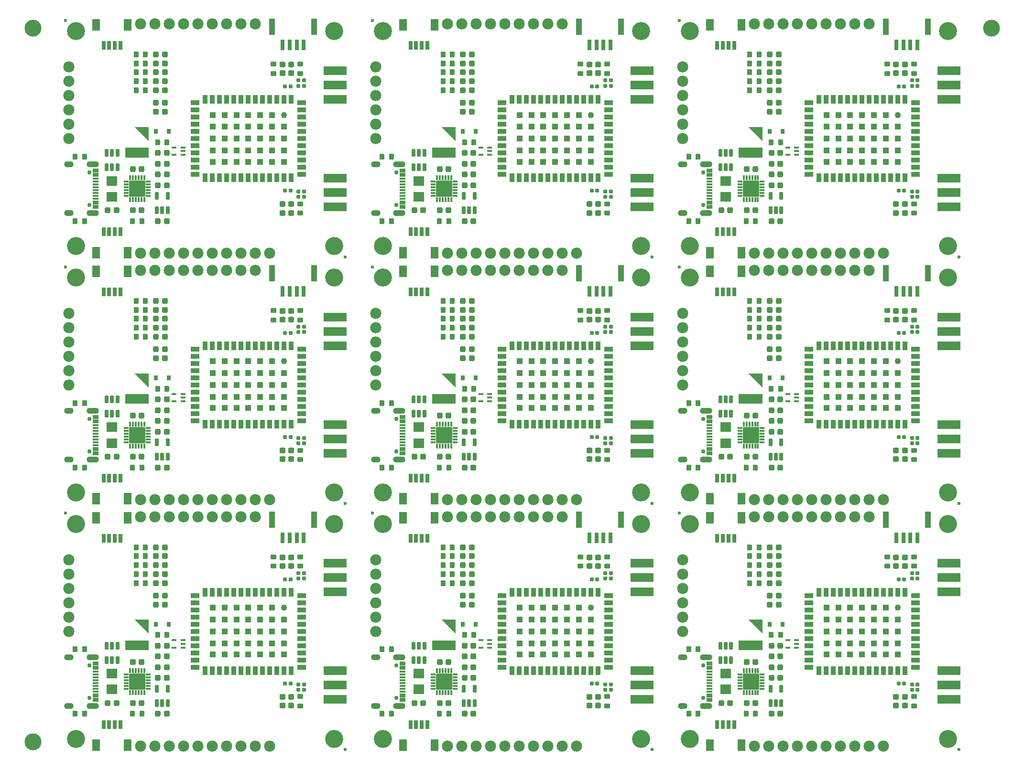
<source format=gts>
%TF.GenerationSoftware,KiCad,Pcbnew,8.0.7*%
%TF.CreationDate,2025-04-01T11:43:10-06:00*%
%TF.ProjectId,SparkFun_GNSS_LG580P_panelized,53706172-6b46-4756-9e5f-474e53535f4c,rev?*%
%TF.SameCoordinates,Original*%
%TF.FileFunction,Soldermask,Top*%
%TF.FilePolarity,Negative*%
%FSLAX46Y46*%
G04 Gerber Fmt 4.6, Leading zero omitted, Abs format (unit mm)*
G04 Created by KiCad (PCBNEW 8.0.7) date 2025-04-01 11:43:10*
%MOMM*%
%LPD*%
G01*
G04 APERTURE LIST*
G04 Aperture macros list*
%AMRoundRect*
0 Rectangle with rounded corners*
0 $1 Rounding radius*
0 $2 $3 $4 $5 $6 $7 $8 $9 X,Y pos of 4 corners*
0 Add a 4 corners polygon primitive as box body*
4,1,4,$2,$3,$4,$5,$6,$7,$8,$9,$2,$3,0*
0 Add four circle primitives for the rounded corners*
1,1,$1+$1,$2,$3*
1,1,$1+$1,$4,$5*
1,1,$1+$1,$6,$7*
1,1,$1+$1,$8,$9*
0 Add four rect primitives between the rounded corners*
20,1,$1+$1,$2,$3,$4,$5,0*
20,1,$1+$1,$4,$5,$6,$7,0*
20,1,$1+$1,$6,$7,$8,$9,0*
20,1,$1+$1,$8,$9,$2,$3,0*%
G04 Aperture macros list end*
%ADD10C,0.000000*%
%ADD11C,3.000000*%
%ADD12C,3.200000*%
%ADD13RoundRect,0.225000X-0.225000X-0.300000X0.225000X-0.300000X0.225000X0.300000X-0.225000X0.300000X0*%
%ADD14RoundRect,0.165000X-0.195000X0.165000X-0.195000X-0.165000X0.195000X-0.165000X0.195000X0.165000X0*%
%ADD15RoundRect,0.250000X0.275000X-0.250000X0.275000X0.250000X-0.275000X0.250000X-0.275000X-0.250000X0*%
%ADD16RoundRect,0.250000X-0.250000X-0.275000X0.250000X-0.275000X0.250000X0.275000X-0.250000X0.275000X0*%
%ADD17RoundRect,0.225000X0.300000X-0.225000X0.300000X0.225000X-0.300000X0.225000X-0.300000X-0.225000X0*%
%ADD18RoundRect,0.243750X0.243750X0.281250X-0.243750X0.281250X-0.243750X-0.281250X0.243750X-0.281250X0*%
%ADD19RoundRect,0.250000X-0.275000X0.250000X-0.275000X-0.250000X0.275000X-0.250000X0.275000X0.250000X0*%
%ADD20RoundRect,0.050000X0.275000X0.600000X-0.275000X0.600000X-0.275000X-0.600000X0.275000X-0.600000X0*%
%ADD21RoundRect,0.050000X-0.300000X-0.675000X0.300000X-0.675000X0.300000X0.675000X-0.300000X0.675000X0*%
%ADD22RoundRect,0.050000X-0.600000X-1.000000X0.600000X-1.000000X0.600000X1.000000X-0.600000X1.000000X0*%
%ADD23RoundRect,0.165000X0.165000X0.195000X-0.165000X0.195000X-0.165000X-0.195000X0.165000X-0.195000X0*%
%ADD24RoundRect,0.250000X0.250000X0.275000X-0.250000X0.275000X-0.250000X-0.275000X0.250000X-0.275000X0*%
%ADD25RoundRect,0.165000X0.195000X-0.165000X0.195000X0.165000X-0.195000X0.165000X-0.195000X-0.165000X0*%
%ADD26RoundRect,0.087500X-0.375000X-0.087500X0.375000X-0.087500X0.375000X0.087500X-0.375000X0.087500X0*%
%ADD27RoundRect,0.087500X-0.087500X-0.375000X0.087500X-0.375000X0.087500X0.375000X-0.087500X0.375000X0*%
%ADD28RoundRect,0.050000X-1.350000X-1.350000X1.350000X-1.350000X1.350000X1.350000X-1.350000X1.350000X0*%
%ADD29RoundRect,0.225000X0.225000X0.300000X-0.225000X0.300000X-0.225000X-0.300000X0.225000X-0.300000X0*%
%ADD30RoundRect,0.050000X-2.000000X0.750000X-2.000000X-0.750000X2.000000X-0.750000X2.000000X0.750000X0*%
%ADD31C,1.979600*%
%ADD32RoundRect,0.050000X0.900000X-0.800000X0.900000X0.800000X-0.900000X0.800000X-0.900000X-0.800000X0*%
%ADD33RoundRect,0.050000X-0.275000X-0.600000X0.275000X-0.600000X0.275000X0.600000X-0.275000X0.600000X0*%
%ADD34RoundRect,0.050000X-0.400000X0.750000X-0.400000X-0.750000X0.400000X-0.750000X0.400000X0.750000X0*%
%ADD35RoundRect,0.050000X-0.750000X-0.400000X0.750000X-0.400000X0.750000X0.400000X-0.750000X0.400000X0*%
%ADD36C,1.100000*%
%ADD37RoundRect,0.050000X0.500000X-0.500000X0.500000X0.500000X-0.500000X0.500000X-0.500000X-0.500000X0*%
%ADD38RoundRect,0.050000X0.300000X0.675000X-0.300000X0.675000X-0.300000X-0.675000X0.300000X-0.675000X0*%
%ADD39RoundRect,0.050000X0.600000X1.000000X-0.600000X1.000000X-0.600000X-1.000000X0.600000X-1.000000X0*%
%ADD40C,0.600000*%
%ADD41RoundRect,0.225000X-0.300000X0.225000X-0.300000X-0.225000X0.300000X-0.225000X0.300000X0.225000X0*%
%ADD42RoundRect,0.050000X0.300000X0.850000X-0.300000X0.850000X-0.300000X-0.850000X0.300000X-0.850000X0*%
%ADD43RoundRect,0.050000X0.500000X1.350000X-0.500000X1.350000X-0.500000X-1.350000X0.500000X-1.350000X0*%
%ADD44RoundRect,0.050000X-0.315000X-0.415000X0.315000X-0.415000X0.315000X0.415000X-0.315000X0.415000X0*%
%ADD45C,0.750000*%
%ADD46RoundRect,0.050000X0.500000X-0.150000X0.500000X0.150000X-0.500000X0.150000X-0.500000X-0.150000X0*%
%ADD47RoundRect,0.050000X-0.500000X0.150000X-0.500000X-0.150000X0.500000X-0.150000X0.500000X0.150000X0*%
%ADD48RoundRect,0.050000X0.500000X-0.300000X0.500000X0.300000X-0.500000X0.300000X-0.500000X-0.300000X0*%
%ADD49RoundRect,0.050000X-0.500000X0.300000X-0.500000X-0.300000X0.500000X-0.300000X0.500000X0.300000X0*%
%ADD50O,1.700000X1.100000*%
%ADD51O,2.200000X1.100000*%
%ADD52RoundRect,0.050000X0.350000X-0.150000X0.350000X0.150000X-0.350000X0.150000X-0.350000X-0.150000X0*%
G04 APERTURE END LIST*
D10*
%TO.C,BT1*%
G36*
X124101000Y108534645D02*
G01*
X121615645Y111020000D01*
X124101000Y111020000D01*
X124101000Y108534645D01*
G37*
G36*
X124096000Y105615000D02*
G01*
X119896000Y105615000D01*
X119896000Y107315000D01*
X124096000Y107315000D01*
X124096000Y105615000D01*
G37*
G36*
X124101000Y64854645D02*
G01*
X121615645Y67340000D01*
X124101000Y67340000D01*
X124101000Y64854645D01*
G37*
G36*
X124096000Y61935000D02*
G01*
X119896000Y61935000D01*
X119896000Y63635000D01*
X124096000Y63635000D01*
X124096000Y61935000D01*
G37*
G36*
X124101000Y21174645D02*
G01*
X121615645Y23660000D01*
X124101000Y23660000D01*
X124101000Y21174645D01*
G37*
G36*
X124096000Y18255000D02*
G01*
X119896000Y18255000D01*
X119896000Y19955000D01*
X124096000Y19955000D01*
X124096000Y18255000D01*
G37*
G36*
X69753000Y108534645D02*
G01*
X67267645Y111020000D01*
X69753000Y111020000D01*
X69753000Y108534645D01*
G37*
G36*
X69748000Y105615000D02*
G01*
X65548000Y105615000D01*
X65548000Y107315000D01*
X69748000Y107315000D01*
X69748000Y105615000D01*
G37*
G36*
X69753000Y64854645D02*
G01*
X67267645Y67340000D01*
X69753000Y67340000D01*
X69753000Y64854645D01*
G37*
G36*
X69748000Y61935000D02*
G01*
X65548000Y61935000D01*
X65548000Y63635000D01*
X69748000Y63635000D01*
X69748000Y61935000D01*
G37*
G36*
X69753000Y21174645D02*
G01*
X67267645Y23660000D01*
X69753000Y23660000D01*
X69753000Y21174645D01*
G37*
G36*
X69748000Y18255000D02*
G01*
X65548000Y18255000D01*
X65548000Y19955000D01*
X69748000Y19955000D01*
X69748000Y18255000D01*
G37*
G36*
X15405000Y108534645D02*
G01*
X12919645Y111020000D01*
X15405000Y111020000D01*
X15405000Y108534645D01*
G37*
G36*
X15400000Y105615000D02*
G01*
X11200000Y105615000D01*
X11200000Y107315000D01*
X15400000Y107315000D01*
X15400000Y105615000D01*
G37*
G36*
X15405000Y64854645D02*
G01*
X12919645Y67340000D01*
X15405000Y67340000D01*
X15405000Y64854645D01*
G37*
G36*
X15400000Y61935000D02*
G01*
X11200000Y61935000D01*
X11200000Y63635000D01*
X15400000Y63635000D01*
X15400000Y61935000D01*
G37*
G36*
X15405000Y21174645D02*
G01*
X12919645Y23660000D01*
X15405000Y23660000D01*
X15405000Y21174645D01*
G37*
G36*
X15400000Y18255000D02*
G01*
X11200000Y18255000D01*
X11200000Y19955000D01*
X15400000Y19955000D01*
X15400000Y18255000D01*
G37*
%TD*%
D11*
%TO.C,*%
X164631500Y128540000D03*
%TD*%
%TO.C,*%
X-5135500Y128540000D03*
%TD*%
%TO.C,*%
X-5135500Y2000000D03*
%TD*%
D12*
%TO.C,ST4*%
X111236000Y89900000D03*
%TD*%
%TO.C,ST4*%
X111236000Y46220000D03*
%TD*%
%TO.C,ST4*%
X111236000Y2540000D03*
%TD*%
%TO.C,ST4*%
X56888000Y89900000D03*
%TD*%
%TO.C,ST4*%
X56888000Y46220000D03*
%TD*%
%TO.C,ST4*%
X56888000Y2540000D03*
%TD*%
%TO.C,ST4*%
X2540000Y89900000D03*
%TD*%
%TO.C,ST4*%
X2540000Y46220000D03*
%TD*%
D13*
%TO.C,R7*%
X125651000Y108315000D03*
X127301000Y108315000D03*
%TD*%
%TO.C,R7*%
X125651000Y64635000D03*
X127301000Y64635000D03*
%TD*%
%TO.C,R7*%
X125651000Y20955000D03*
X127301000Y20955000D03*
%TD*%
%TO.C,R7*%
X71303000Y108315000D03*
X72953000Y108315000D03*
%TD*%
%TO.C,R7*%
X71303000Y64635000D03*
X72953000Y64635000D03*
%TD*%
%TO.C,R7*%
X71303000Y20955000D03*
X72953000Y20955000D03*
%TD*%
%TO.C,R7*%
X16955000Y108315000D03*
X18605000Y108315000D03*
%TD*%
%TO.C,R7*%
X16955000Y64635000D03*
X18605000Y64635000D03*
%TD*%
D12*
%TO.C,ST3*%
X111236000Y128000000D03*
%TD*%
%TO.C,ST3*%
X111236000Y84320000D03*
%TD*%
%TO.C,ST3*%
X111236000Y40640000D03*
%TD*%
%TO.C,ST3*%
X56888000Y128000000D03*
%TD*%
%TO.C,ST3*%
X56888000Y84320000D03*
%TD*%
%TO.C,ST3*%
X56888000Y40640000D03*
%TD*%
%TO.C,ST3*%
X2540000Y128000000D03*
%TD*%
%TO.C,ST3*%
X2540000Y84320000D03*
%TD*%
D14*
%TO.C,L1*%
X150606000Y119272500D03*
X150606000Y118312500D03*
%TD*%
%TO.C,L1*%
X150606000Y75592500D03*
X150606000Y74632500D03*
%TD*%
%TO.C,L1*%
X150606000Y31912500D03*
X150606000Y30952500D03*
%TD*%
%TO.C,L1*%
X96258000Y119272500D03*
X96258000Y118312500D03*
%TD*%
%TO.C,L1*%
X96258000Y75592500D03*
X96258000Y74632500D03*
%TD*%
%TO.C,L1*%
X96258000Y31912500D03*
X96258000Y30952500D03*
%TD*%
%TO.C,L1*%
X41910000Y119272500D03*
X41910000Y118312500D03*
%TD*%
%TO.C,L1*%
X41910000Y75592500D03*
X41910000Y74632500D03*
%TD*%
D15*
%TO.C,C3*%
X147748500Y120557500D03*
X147748500Y122107500D03*
%TD*%
%TO.C,C3*%
X147748500Y76877500D03*
X147748500Y78427500D03*
%TD*%
%TO.C,C3*%
X147748500Y33197500D03*
X147748500Y34747500D03*
%TD*%
%TO.C,C3*%
X93400500Y120557500D03*
X93400500Y122107500D03*
%TD*%
%TO.C,C3*%
X93400500Y76877500D03*
X93400500Y78427500D03*
%TD*%
%TO.C,C3*%
X93400500Y33197500D03*
X93400500Y34747500D03*
%TD*%
%TO.C,C3*%
X39052500Y120557500D03*
X39052500Y122107500D03*
%TD*%
%TO.C,C3*%
X39052500Y76877500D03*
X39052500Y78427500D03*
%TD*%
D13*
%TO.C,R9*%
X121206000Y94345000D03*
X122856000Y94345000D03*
%TD*%
%TO.C,R9*%
X121206000Y50665000D03*
X122856000Y50665000D03*
%TD*%
%TO.C,R9*%
X121206000Y6985000D03*
X122856000Y6985000D03*
%TD*%
%TO.C,R9*%
X66858000Y94345000D03*
X68508000Y94345000D03*
%TD*%
%TO.C,R9*%
X66858000Y50665000D03*
X68508000Y50665000D03*
%TD*%
%TO.C,R9*%
X66858000Y6985000D03*
X68508000Y6985000D03*
%TD*%
%TO.C,R9*%
X12510000Y94345000D03*
X14160000Y94345000D03*
%TD*%
%TO.C,R9*%
X12510000Y50665000D03*
X14160000Y50665000D03*
%TD*%
D16*
%TO.C,C13*%
X116811000Y96250000D03*
X118361000Y96250000D03*
%TD*%
%TO.C,C13*%
X116811000Y52570000D03*
X118361000Y52570000D03*
%TD*%
%TO.C,C13*%
X116811000Y8890000D03*
X118361000Y8890000D03*
%TD*%
%TO.C,C13*%
X62463000Y96250000D03*
X64013000Y96250000D03*
%TD*%
%TO.C,C13*%
X62463000Y52570000D03*
X64013000Y52570000D03*
%TD*%
%TO.C,C13*%
X62463000Y8890000D03*
X64013000Y8890000D03*
%TD*%
%TO.C,C13*%
X8115000Y96250000D03*
X9665000Y96250000D03*
%TD*%
%TO.C,C13*%
X8115000Y52570000D03*
X9665000Y52570000D03*
%TD*%
%TO.C,C1*%
X125701000Y94345000D03*
X127251000Y94345000D03*
%TD*%
%TO.C,C1*%
X125701000Y50665000D03*
X127251000Y50665000D03*
%TD*%
%TO.C,C1*%
X125701000Y6985000D03*
X127251000Y6985000D03*
%TD*%
%TO.C,C1*%
X71353000Y94345000D03*
X72903000Y94345000D03*
%TD*%
%TO.C,C1*%
X71353000Y50665000D03*
X72903000Y50665000D03*
%TD*%
%TO.C,C1*%
X71353000Y6985000D03*
X72903000Y6985000D03*
%TD*%
%TO.C,C1*%
X17005000Y94345000D03*
X18555000Y94345000D03*
%TD*%
%TO.C,C1*%
X17005000Y50665000D03*
X18555000Y50665000D03*
%TD*%
D17*
%TO.C,R6*%
X150923500Y120507500D03*
X150923500Y122157500D03*
%TD*%
%TO.C,R6*%
X150923500Y76827500D03*
X150923500Y78477500D03*
%TD*%
%TO.C,R6*%
X150923500Y33147500D03*
X150923500Y34797500D03*
%TD*%
%TO.C,R6*%
X96575500Y120507500D03*
X96575500Y122157500D03*
%TD*%
%TO.C,R6*%
X96575500Y76827500D03*
X96575500Y78477500D03*
%TD*%
%TO.C,R6*%
X96575500Y33147500D03*
X96575500Y34797500D03*
%TD*%
%TO.C,R6*%
X42227500Y120507500D03*
X42227500Y122157500D03*
%TD*%
%TO.C,R6*%
X42227500Y76827500D03*
X42227500Y78477500D03*
%TD*%
D18*
%TO.C,D9*%
X126946000Y120697500D03*
X125371000Y120697500D03*
%TD*%
%TO.C,D9*%
X126946000Y77017500D03*
X125371000Y77017500D03*
%TD*%
%TO.C,D9*%
X126946000Y33337500D03*
X125371000Y33337500D03*
%TD*%
%TO.C,D9*%
X72598000Y120697500D03*
X71023000Y120697500D03*
%TD*%
%TO.C,D9*%
X72598000Y77017500D03*
X71023000Y77017500D03*
%TD*%
%TO.C,D9*%
X72598000Y33337500D03*
X71023000Y33337500D03*
%TD*%
%TO.C,D9*%
X18250000Y120697500D03*
X16675000Y120697500D03*
%TD*%
%TO.C,D9*%
X18250000Y77017500D03*
X16675000Y77017500D03*
%TD*%
D19*
%TO.C,C14*%
X147748500Y97342500D03*
X147748500Y95792500D03*
%TD*%
%TO.C,C14*%
X147748500Y53662500D03*
X147748500Y52112500D03*
%TD*%
%TO.C,C14*%
X147748500Y9982500D03*
X147748500Y8432500D03*
%TD*%
%TO.C,C14*%
X93400500Y97342500D03*
X93400500Y95792500D03*
%TD*%
%TO.C,C14*%
X93400500Y53662500D03*
X93400500Y52112500D03*
%TD*%
%TO.C,C14*%
X93400500Y9982500D03*
X93400500Y8432500D03*
%TD*%
%TO.C,C14*%
X39052500Y97342500D03*
X39052500Y95792500D03*
%TD*%
%TO.C,C14*%
X39052500Y53662500D03*
X39052500Y52112500D03*
%TD*%
D20*
%TO.C,U1*%
X118536000Y106440100D03*
X117586000Y106440100D03*
X116636000Y106440100D03*
X116636000Y103839900D03*
X117586000Y103840000D03*
X118536000Y103839900D03*
%TD*%
%TO.C,U1*%
X118536000Y62760100D03*
X117586000Y62760100D03*
X116636000Y62760100D03*
X116636000Y60159900D03*
X117586000Y60160000D03*
X118536000Y60159900D03*
%TD*%
%TO.C,U1*%
X118536000Y19080100D03*
X117586000Y19080100D03*
X116636000Y19080100D03*
X116636000Y16479900D03*
X117586000Y16480000D03*
X118536000Y16479900D03*
%TD*%
%TO.C,U1*%
X64188000Y106440100D03*
X63238000Y106440100D03*
X62288000Y106440100D03*
X62288000Y103839900D03*
X63238000Y103840000D03*
X64188000Y103839900D03*
%TD*%
%TO.C,U1*%
X64188000Y62760100D03*
X63238000Y62760100D03*
X62288000Y62760100D03*
X62288000Y60159900D03*
X63238000Y60160000D03*
X64188000Y60159900D03*
%TD*%
%TO.C,U1*%
X64188000Y19080100D03*
X63238000Y19080100D03*
X62288000Y19080100D03*
X62288000Y16479900D03*
X63238000Y16480000D03*
X64188000Y16479900D03*
%TD*%
%TO.C,U1*%
X9840000Y106440100D03*
X8890000Y106440100D03*
X7940000Y106440100D03*
X7940000Y103839900D03*
X8890000Y103840000D03*
X9840000Y103839900D03*
%TD*%
%TO.C,U1*%
X9840000Y62760100D03*
X8890000Y62760100D03*
X7940000Y62760100D03*
X7940000Y60159900D03*
X8890000Y60160000D03*
X9840000Y60159900D03*
%TD*%
D21*
%TO.C,J4*%
X116086000Y92440000D03*
X117086000Y92440000D03*
X118086000Y92440000D03*
X119086000Y92440000D03*
D22*
X120386000Y88765000D03*
X114786000Y88765000D03*
%TD*%
D21*
%TO.C,J4*%
X116086000Y48760000D03*
X117086000Y48760000D03*
X118086000Y48760000D03*
X119086000Y48760000D03*
D22*
X120386000Y45085000D03*
X114786000Y45085000D03*
%TD*%
D21*
%TO.C,J4*%
X116086000Y5080000D03*
X117086000Y5080000D03*
X118086000Y5080000D03*
X119086000Y5080000D03*
D22*
X120386000Y1405000D03*
X114786000Y1405000D03*
%TD*%
D21*
%TO.C,J4*%
X61738000Y92440000D03*
X62738000Y92440000D03*
X63738000Y92440000D03*
X64738000Y92440000D03*
D22*
X66038000Y88765000D03*
X60438000Y88765000D03*
%TD*%
D21*
%TO.C,J4*%
X61738000Y48760000D03*
X62738000Y48760000D03*
X63738000Y48760000D03*
X64738000Y48760000D03*
D22*
X66038000Y45085000D03*
X60438000Y45085000D03*
%TD*%
D21*
%TO.C,J4*%
X61738000Y5080000D03*
X62738000Y5080000D03*
X63738000Y5080000D03*
X64738000Y5080000D03*
D22*
X66038000Y1405000D03*
X60438000Y1405000D03*
%TD*%
D21*
%TO.C,J4*%
X7390000Y92440000D03*
X8390000Y92440000D03*
X9390000Y92440000D03*
X10390000Y92440000D03*
D22*
X11690000Y88765000D03*
X6090000Y88765000D03*
%TD*%
D21*
%TO.C,J4*%
X7390000Y48760000D03*
X8390000Y48760000D03*
X9390000Y48760000D03*
X10390000Y48760000D03*
D22*
X11690000Y45085000D03*
X6090000Y45085000D03*
%TD*%
D18*
%TO.C,D8*%
X126946000Y117522500D03*
X125371000Y117522500D03*
%TD*%
%TO.C,D8*%
X126946000Y73842500D03*
X125371000Y73842500D03*
%TD*%
%TO.C,D8*%
X126946000Y30162500D03*
X125371000Y30162500D03*
%TD*%
%TO.C,D8*%
X72598000Y117522500D03*
X71023000Y117522500D03*
%TD*%
%TO.C,D8*%
X72598000Y73842500D03*
X71023000Y73842500D03*
%TD*%
%TO.C,D8*%
X72598000Y30162500D03*
X71023000Y30162500D03*
%TD*%
%TO.C,D8*%
X18250000Y117522500D03*
X16675000Y117522500D03*
%TD*%
%TO.C,D8*%
X18250000Y73842500D03*
X16675000Y73842500D03*
%TD*%
D23*
%TO.C,C6*%
X149181000Y118157500D03*
X148221000Y118157500D03*
%TD*%
%TO.C,C6*%
X149181000Y74477500D03*
X148221000Y74477500D03*
%TD*%
%TO.C,C6*%
X149181000Y30797500D03*
X148221000Y30797500D03*
%TD*%
%TO.C,C6*%
X94833000Y118157500D03*
X93873000Y118157500D03*
%TD*%
%TO.C,C6*%
X94833000Y74477500D03*
X93873000Y74477500D03*
%TD*%
%TO.C,C6*%
X94833000Y30797500D03*
X93873000Y30797500D03*
%TD*%
%TO.C,C6*%
X40485000Y118157500D03*
X39525000Y118157500D03*
%TD*%
%TO.C,C6*%
X40485000Y74477500D03*
X39525000Y74477500D03*
%TD*%
D24*
%TO.C,C10*%
X122806000Y103552500D03*
X121256000Y103552500D03*
%TD*%
%TO.C,C10*%
X122806000Y59872500D03*
X121256000Y59872500D03*
%TD*%
%TO.C,C10*%
X122806000Y16192500D03*
X121256000Y16192500D03*
%TD*%
%TO.C,C10*%
X68458000Y103552500D03*
X66908000Y103552500D03*
%TD*%
%TO.C,C10*%
X68458000Y59872500D03*
X66908000Y59872500D03*
%TD*%
%TO.C,C10*%
X68458000Y16192500D03*
X66908000Y16192500D03*
%TD*%
%TO.C,C10*%
X14110000Y103552500D03*
X12560000Y103552500D03*
%TD*%
%TO.C,C10*%
X14110000Y59872500D03*
X12560000Y59872500D03*
%TD*%
D16*
%TO.C,C12*%
X125383500Y113712500D03*
X126933500Y113712500D03*
%TD*%
%TO.C,C12*%
X125383500Y70032500D03*
X126933500Y70032500D03*
%TD*%
%TO.C,C12*%
X125383500Y26352500D03*
X126933500Y26352500D03*
%TD*%
%TO.C,C12*%
X71035500Y113712500D03*
X72585500Y113712500D03*
%TD*%
%TO.C,C12*%
X71035500Y70032500D03*
X72585500Y70032500D03*
%TD*%
%TO.C,C12*%
X71035500Y26352500D03*
X72585500Y26352500D03*
%TD*%
%TO.C,C12*%
X16687500Y113712500D03*
X18237500Y113712500D03*
%TD*%
%TO.C,C12*%
X16687500Y70032500D03*
X18237500Y70032500D03*
%TD*%
D25*
%TO.C,D10*%
X151558500Y98627500D03*
X151558500Y99587500D03*
%TD*%
%TO.C,D10*%
X151558500Y54947500D03*
X151558500Y55907500D03*
%TD*%
%TO.C,D10*%
X151558500Y11267500D03*
X151558500Y12227500D03*
%TD*%
%TO.C,D10*%
X97210500Y98627500D03*
X97210500Y99587500D03*
%TD*%
%TO.C,D10*%
X97210500Y54947500D03*
X97210500Y55907500D03*
%TD*%
%TO.C,D10*%
X97210500Y11267500D03*
X97210500Y12227500D03*
%TD*%
%TO.C,D10*%
X42862500Y98627500D03*
X42862500Y99587500D03*
%TD*%
%TO.C,D10*%
X42862500Y54947500D03*
X42862500Y55907500D03*
%TD*%
%TO.C,L2*%
X150606000Y98627500D03*
X150606000Y99587500D03*
%TD*%
%TO.C,L2*%
X150606000Y54947500D03*
X150606000Y55907500D03*
%TD*%
%TO.C,L2*%
X150606000Y11267500D03*
X150606000Y12227500D03*
%TD*%
%TO.C,L2*%
X96258000Y98627500D03*
X96258000Y99587500D03*
%TD*%
%TO.C,L2*%
X96258000Y54947500D03*
X96258000Y55907500D03*
%TD*%
%TO.C,L2*%
X96258000Y11267500D03*
X96258000Y12227500D03*
%TD*%
%TO.C,L2*%
X41910000Y98627500D03*
X41910000Y99587500D03*
%TD*%
%TO.C,L2*%
X41910000Y54947500D03*
X41910000Y55907500D03*
%TD*%
D26*
%TO.C,U4*%
X120068500Y101310000D03*
X120068500Y100810000D03*
X120068500Y100310000D03*
X120068500Y99810000D03*
X120068500Y99310000D03*
X120068500Y98810000D03*
D27*
X120781000Y98097500D03*
X121281000Y98097500D03*
X121781000Y98097500D03*
X122281000Y98097500D03*
X122781000Y98097500D03*
X123281000Y98097500D03*
D26*
X123993500Y98810000D03*
X123993500Y99310000D03*
X123993500Y99810000D03*
X123993500Y100310000D03*
X123993500Y100810000D03*
X123993500Y101310000D03*
D27*
X123281000Y102022500D03*
X122781000Y102022500D03*
X122281000Y102022500D03*
X121781000Y102022500D03*
X121281000Y102022500D03*
X120781000Y102022500D03*
D28*
X122031000Y100060000D03*
%TD*%
D26*
%TO.C,U4*%
X120068500Y57630000D03*
X120068500Y57130000D03*
X120068500Y56630000D03*
X120068500Y56130000D03*
X120068500Y55630000D03*
X120068500Y55130000D03*
D27*
X120781000Y54417500D03*
X121281000Y54417500D03*
X121781000Y54417500D03*
X122281000Y54417500D03*
X122781000Y54417500D03*
X123281000Y54417500D03*
D26*
X123993500Y55130000D03*
X123993500Y55630000D03*
X123993500Y56130000D03*
X123993500Y56630000D03*
X123993500Y57130000D03*
X123993500Y57630000D03*
D27*
X123281000Y58342500D03*
X122781000Y58342500D03*
X122281000Y58342500D03*
X121781000Y58342500D03*
X121281000Y58342500D03*
X120781000Y58342500D03*
D28*
X122031000Y56380000D03*
%TD*%
D26*
%TO.C,U4*%
X120068500Y13950000D03*
X120068500Y13450000D03*
X120068500Y12950000D03*
X120068500Y12450000D03*
X120068500Y11950000D03*
X120068500Y11450000D03*
D27*
X120781000Y10737500D03*
X121281000Y10737500D03*
X121781000Y10737500D03*
X122281000Y10737500D03*
X122781000Y10737500D03*
X123281000Y10737500D03*
D26*
X123993500Y11450000D03*
X123993500Y11950000D03*
X123993500Y12450000D03*
X123993500Y12950000D03*
X123993500Y13450000D03*
X123993500Y13950000D03*
D27*
X123281000Y14662500D03*
X122781000Y14662500D03*
X122281000Y14662500D03*
X121781000Y14662500D03*
X121281000Y14662500D03*
X120781000Y14662500D03*
D28*
X122031000Y12700000D03*
%TD*%
D26*
%TO.C,U4*%
X65720500Y101310000D03*
X65720500Y100810000D03*
X65720500Y100310000D03*
X65720500Y99810000D03*
X65720500Y99310000D03*
X65720500Y98810000D03*
D27*
X66433000Y98097500D03*
X66933000Y98097500D03*
X67433000Y98097500D03*
X67933000Y98097500D03*
X68433000Y98097500D03*
X68933000Y98097500D03*
D26*
X69645500Y98810000D03*
X69645500Y99310000D03*
X69645500Y99810000D03*
X69645500Y100310000D03*
X69645500Y100810000D03*
X69645500Y101310000D03*
D27*
X68933000Y102022500D03*
X68433000Y102022500D03*
X67933000Y102022500D03*
X67433000Y102022500D03*
X66933000Y102022500D03*
X66433000Y102022500D03*
D28*
X67683000Y100060000D03*
%TD*%
D26*
%TO.C,U4*%
X65720500Y57630000D03*
X65720500Y57130000D03*
X65720500Y56630000D03*
X65720500Y56130000D03*
X65720500Y55630000D03*
X65720500Y55130000D03*
D27*
X66433000Y54417500D03*
X66933000Y54417500D03*
X67433000Y54417500D03*
X67933000Y54417500D03*
X68433000Y54417500D03*
X68933000Y54417500D03*
D26*
X69645500Y55130000D03*
X69645500Y55630000D03*
X69645500Y56130000D03*
X69645500Y56630000D03*
X69645500Y57130000D03*
X69645500Y57630000D03*
D27*
X68933000Y58342500D03*
X68433000Y58342500D03*
X67933000Y58342500D03*
X67433000Y58342500D03*
X66933000Y58342500D03*
X66433000Y58342500D03*
D28*
X67683000Y56380000D03*
%TD*%
D26*
%TO.C,U4*%
X65720500Y13950000D03*
X65720500Y13450000D03*
X65720500Y12950000D03*
X65720500Y12450000D03*
X65720500Y11950000D03*
X65720500Y11450000D03*
D27*
X66433000Y10737500D03*
X66933000Y10737500D03*
X67433000Y10737500D03*
X67933000Y10737500D03*
X68433000Y10737500D03*
X68933000Y10737500D03*
D26*
X69645500Y11450000D03*
X69645500Y11950000D03*
X69645500Y12450000D03*
X69645500Y12950000D03*
X69645500Y13450000D03*
X69645500Y13950000D03*
D27*
X68933000Y14662500D03*
X68433000Y14662500D03*
X67933000Y14662500D03*
X67433000Y14662500D03*
X66933000Y14662500D03*
X66433000Y14662500D03*
D28*
X67683000Y12700000D03*
%TD*%
D26*
%TO.C,U4*%
X11372500Y101310000D03*
X11372500Y100810000D03*
X11372500Y100310000D03*
X11372500Y99810000D03*
X11372500Y99310000D03*
X11372500Y98810000D03*
D27*
X12085000Y98097500D03*
X12585000Y98097500D03*
X13085000Y98097500D03*
X13585000Y98097500D03*
X14085000Y98097500D03*
X14585000Y98097500D03*
D26*
X15297500Y98810000D03*
X15297500Y99310000D03*
X15297500Y99810000D03*
X15297500Y100310000D03*
X15297500Y100810000D03*
X15297500Y101310000D03*
D27*
X14585000Y102022500D03*
X14085000Y102022500D03*
X13585000Y102022500D03*
X13085000Y102022500D03*
X12585000Y102022500D03*
X12085000Y102022500D03*
D28*
X13335000Y100060000D03*
%TD*%
D26*
%TO.C,U4*%
X11372500Y57630000D03*
X11372500Y57130000D03*
X11372500Y56630000D03*
X11372500Y56130000D03*
X11372500Y55630000D03*
X11372500Y55130000D03*
D27*
X12085000Y54417500D03*
X12585000Y54417500D03*
X13085000Y54417500D03*
X13585000Y54417500D03*
X14085000Y54417500D03*
X14585000Y54417500D03*
D26*
X15297500Y55130000D03*
X15297500Y55630000D03*
X15297500Y56130000D03*
X15297500Y56630000D03*
X15297500Y57130000D03*
X15297500Y57630000D03*
D27*
X14585000Y58342500D03*
X14085000Y58342500D03*
X13585000Y58342500D03*
X13085000Y58342500D03*
X12585000Y58342500D03*
X12085000Y58342500D03*
D28*
X13335000Y56380000D03*
%TD*%
D29*
%TO.C,R10*%
X123491000Y117522500D03*
X121841000Y117522500D03*
%TD*%
%TO.C,R10*%
X123491000Y73842500D03*
X121841000Y73842500D03*
%TD*%
%TO.C,R10*%
X123491000Y30162500D03*
X121841000Y30162500D03*
%TD*%
%TO.C,R10*%
X69143000Y117522500D03*
X67493000Y117522500D03*
%TD*%
%TO.C,R10*%
X69143000Y73842500D03*
X67493000Y73842500D03*
%TD*%
%TO.C,R10*%
X69143000Y30162500D03*
X67493000Y30162500D03*
%TD*%
%TO.C,R10*%
X14795000Y117522500D03*
X13145000Y117522500D03*
%TD*%
%TO.C,R10*%
X14795000Y73842500D03*
X13145000Y73842500D03*
%TD*%
%TO.C,R11*%
X123491000Y120697500D03*
X121841000Y120697500D03*
%TD*%
%TO.C,R11*%
X123491000Y77017500D03*
X121841000Y77017500D03*
%TD*%
%TO.C,R11*%
X123491000Y33337500D03*
X121841000Y33337500D03*
%TD*%
%TO.C,R11*%
X69143000Y120697500D03*
X67493000Y120697500D03*
%TD*%
%TO.C,R11*%
X69143000Y77017500D03*
X67493000Y77017500D03*
%TD*%
%TO.C,R11*%
X69143000Y33337500D03*
X67493000Y33337500D03*
%TD*%
%TO.C,R11*%
X14795000Y120697500D03*
X13145000Y120697500D03*
%TD*%
%TO.C,R11*%
X14795000Y77017500D03*
X13145000Y77017500D03*
%TD*%
D30*
%TO.C,J3*%
X157114750Y99425000D03*
X157114750Y101965000D03*
X157114750Y96885000D03*
%TD*%
%TO.C,J3*%
X157114750Y55745000D03*
X157114750Y58285000D03*
X157114750Y53205000D03*
%TD*%
%TO.C,J3*%
X157114750Y12065000D03*
X157114750Y14605000D03*
X157114750Y9525000D03*
%TD*%
%TO.C,J3*%
X102766750Y99425000D03*
X102766750Y101965000D03*
X102766750Y96885000D03*
%TD*%
%TO.C,J3*%
X102766750Y55745000D03*
X102766750Y58285000D03*
X102766750Y53205000D03*
%TD*%
%TO.C,J3*%
X102766750Y12065000D03*
X102766750Y14605000D03*
X102766750Y9525000D03*
%TD*%
%TO.C,J3*%
X48418750Y99425000D03*
X48418750Y101965000D03*
X48418750Y96885000D03*
%TD*%
%TO.C,J3*%
X48418750Y55745000D03*
X48418750Y58285000D03*
X48418750Y53205000D03*
%TD*%
D16*
%TO.C,C7*%
X121256000Y96250000D03*
X122806000Y96250000D03*
%TD*%
%TO.C,C7*%
X121256000Y52570000D03*
X122806000Y52570000D03*
%TD*%
%TO.C,C7*%
X121256000Y8890000D03*
X122806000Y8890000D03*
%TD*%
%TO.C,C7*%
X66908000Y96250000D03*
X68458000Y96250000D03*
%TD*%
%TO.C,C7*%
X66908000Y52570000D03*
X68458000Y52570000D03*
%TD*%
%TO.C,C7*%
X66908000Y8890000D03*
X68458000Y8890000D03*
%TD*%
%TO.C,C7*%
X12560000Y96250000D03*
X14110000Y96250000D03*
%TD*%
%TO.C,C7*%
X12560000Y52570000D03*
X14110000Y52570000D03*
%TD*%
D31*
%TO.C,J10*%
X132826000Y88630000D03*
X135366000Y88630000D03*
X137906000Y88630000D03*
X140446000Y88630000D03*
X142986000Y88630000D03*
X145526000Y88630000D03*
%TD*%
%TO.C,J10*%
X132826000Y44950000D03*
X135366000Y44950000D03*
X137906000Y44950000D03*
X140446000Y44950000D03*
X142986000Y44950000D03*
X145526000Y44950000D03*
%TD*%
%TO.C,J10*%
X132826000Y1270000D03*
X135366000Y1270000D03*
X137906000Y1270000D03*
X140446000Y1270000D03*
X142986000Y1270000D03*
X145526000Y1270000D03*
%TD*%
%TO.C,J10*%
X78478000Y88630000D03*
X81018000Y88630000D03*
X83558000Y88630000D03*
X86098000Y88630000D03*
X88638000Y88630000D03*
X91178000Y88630000D03*
%TD*%
%TO.C,J10*%
X78478000Y44950000D03*
X81018000Y44950000D03*
X83558000Y44950000D03*
X86098000Y44950000D03*
X88638000Y44950000D03*
X91178000Y44950000D03*
%TD*%
%TO.C,J10*%
X78478000Y1270000D03*
X81018000Y1270000D03*
X83558000Y1270000D03*
X86098000Y1270000D03*
X88638000Y1270000D03*
X91178000Y1270000D03*
%TD*%
%TO.C,J10*%
X24130000Y88630000D03*
X26670000Y88630000D03*
X29210000Y88630000D03*
X31750000Y88630000D03*
X34290000Y88630000D03*
X36830000Y88630000D03*
%TD*%
%TO.C,J10*%
X24130000Y44950000D03*
X26670000Y44950000D03*
X29210000Y44950000D03*
X31750000Y44950000D03*
X34290000Y44950000D03*
X36830000Y44950000D03*
%TD*%
D32*
%TO.C,F1*%
X117586000Y98660000D03*
X117586000Y101460000D03*
%TD*%
%TO.C,F1*%
X117586000Y54980000D03*
X117586000Y57780000D03*
%TD*%
%TO.C,F1*%
X117586000Y11300000D03*
X117586000Y14100000D03*
%TD*%
%TO.C,F1*%
X63238000Y98660000D03*
X63238000Y101460000D03*
%TD*%
%TO.C,F1*%
X63238000Y54980000D03*
X63238000Y57780000D03*
%TD*%
%TO.C,F1*%
X63238000Y11300000D03*
X63238000Y14100000D03*
%TD*%
%TO.C,F1*%
X8890000Y98660000D03*
X8890000Y101460000D03*
%TD*%
%TO.C,F1*%
X8890000Y54980000D03*
X8890000Y57780000D03*
%TD*%
D24*
%TO.C,C8*%
X127251000Y104505000D03*
X125701000Y104505000D03*
%TD*%
%TO.C,C8*%
X127251000Y60825000D03*
X125701000Y60825000D03*
%TD*%
%TO.C,C8*%
X127251000Y17145000D03*
X125701000Y17145000D03*
%TD*%
%TO.C,C8*%
X72903000Y104505000D03*
X71353000Y104505000D03*
%TD*%
%TO.C,C8*%
X72903000Y60825000D03*
X71353000Y60825000D03*
%TD*%
%TO.C,C8*%
X72903000Y17145000D03*
X71353000Y17145000D03*
%TD*%
%TO.C,C8*%
X18555000Y104505000D03*
X17005000Y104505000D03*
%TD*%
%TO.C,C8*%
X18555000Y60825000D03*
X17005000Y60825000D03*
%TD*%
D15*
%TO.C,C4*%
X149336000Y120557500D03*
X149336000Y122107500D03*
%TD*%
%TO.C,C4*%
X149336000Y76877500D03*
X149336000Y78427500D03*
%TD*%
%TO.C,C4*%
X149336000Y33197500D03*
X149336000Y34747500D03*
%TD*%
%TO.C,C4*%
X94988000Y120557500D03*
X94988000Y122107500D03*
%TD*%
%TO.C,C4*%
X94988000Y76877500D03*
X94988000Y78427500D03*
%TD*%
%TO.C,C4*%
X94988000Y33197500D03*
X94988000Y34747500D03*
%TD*%
%TO.C,C4*%
X40640000Y120557500D03*
X40640000Y122107500D03*
%TD*%
%TO.C,C4*%
X40640000Y76877500D03*
X40640000Y78427500D03*
%TD*%
D33*
%TO.C,U2*%
X125526000Y96219900D03*
X126476000Y96219900D03*
X127426000Y96219900D03*
X127426000Y98820100D03*
X125526000Y98820100D03*
%TD*%
%TO.C,U2*%
X125526000Y52539900D03*
X126476000Y52539900D03*
X127426000Y52539900D03*
X127426000Y55140100D03*
X125526000Y55140100D03*
%TD*%
%TO.C,U2*%
X125526000Y8859900D03*
X126476000Y8859900D03*
X127426000Y8859900D03*
X127426000Y11460100D03*
X125526000Y11460100D03*
%TD*%
%TO.C,U2*%
X71178000Y96219900D03*
X72128000Y96219900D03*
X73078000Y96219900D03*
X73078000Y98820100D03*
X71178000Y98820100D03*
%TD*%
%TO.C,U2*%
X71178000Y52539900D03*
X72128000Y52539900D03*
X73078000Y52539900D03*
X73078000Y55140100D03*
X71178000Y55140100D03*
%TD*%
%TO.C,U2*%
X71178000Y8859900D03*
X72128000Y8859900D03*
X73078000Y8859900D03*
X73078000Y11460100D03*
X71178000Y11460100D03*
%TD*%
%TO.C,U2*%
X16830000Y96219900D03*
X17780000Y96219900D03*
X18730000Y96219900D03*
X18730000Y98820100D03*
X16830000Y98820100D03*
%TD*%
%TO.C,U2*%
X16830000Y52539900D03*
X17780000Y52539900D03*
X18730000Y52539900D03*
X18730000Y55140100D03*
X16830000Y55140100D03*
%TD*%
D34*
%TO.C,U3*%
X149336000Y115900000D03*
X148066000Y115900000D03*
X146796000Y115900000D03*
X145526000Y115900000D03*
X144256000Y115900000D03*
X142986000Y115900000D03*
X141716000Y115900000D03*
X140446000Y115900000D03*
X139176000Y115900000D03*
X137906000Y115900000D03*
X136636000Y115900000D03*
X135366000Y115900000D03*
X134096000Y115900000D03*
D35*
X132266000Y115300000D03*
X132266000Y114030000D03*
X132266000Y112760000D03*
X132266000Y111490000D03*
X132266000Y110220000D03*
X132266000Y108950000D03*
X132266000Y107680000D03*
X132266000Y106410000D03*
X132266000Y105140000D03*
X132266000Y103870000D03*
X132266000Y102600000D03*
D34*
X134096000Y102000000D03*
X135366000Y102000000D03*
X136636000Y102000000D03*
X137906000Y102000000D03*
X139176000Y102000000D03*
X140446000Y102000000D03*
X141716000Y102000000D03*
X142986000Y102000000D03*
X144256000Y102000000D03*
X145526000Y102000000D03*
X146796000Y102000000D03*
X148066000Y102000000D03*
X149336000Y102000000D03*
D35*
X151166000Y102600000D03*
X151166000Y103870000D03*
X151166000Y105140000D03*
X151166000Y106410000D03*
X151166000Y107680000D03*
X151166000Y108950000D03*
X151166000Y110220000D03*
X151166000Y111490000D03*
X151166000Y112760000D03*
X151166000Y114030000D03*
X151166000Y115300000D03*
D36*
X148016000Y113150000D03*
D37*
X145916000Y113150000D03*
X143816000Y113150000D03*
X141716000Y113150000D03*
X139616000Y113150000D03*
X137516000Y113150000D03*
X135416000Y113150000D03*
X148016000Y111050000D03*
X145916000Y111050000D03*
X143816000Y111050000D03*
X141716000Y111050000D03*
X139616000Y111050000D03*
X137516000Y111050000D03*
X135416000Y111050000D03*
X148016000Y108950000D03*
X145916000Y108950000D03*
X143816000Y108950000D03*
X141716000Y108950000D03*
X139616000Y108950000D03*
X137516000Y108950000D03*
X135416000Y108950000D03*
X148016000Y106850000D03*
X145916000Y106850000D03*
X143816000Y106850000D03*
X141716000Y106850000D03*
X139616000Y106850000D03*
X137516000Y106850000D03*
X135416000Y106850000D03*
X148016000Y104850000D03*
X145916000Y104850000D03*
X143816000Y104850000D03*
X141716000Y104850000D03*
X139616000Y104850000D03*
X137516000Y104850000D03*
X135416000Y104850000D03*
%TD*%
D34*
%TO.C,U3*%
X149336000Y72220000D03*
X148066000Y72220000D03*
X146796000Y72220000D03*
X145526000Y72220000D03*
X144256000Y72220000D03*
X142986000Y72220000D03*
X141716000Y72220000D03*
X140446000Y72220000D03*
X139176000Y72220000D03*
X137906000Y72220000D03*
X136636000Y72220000D03*
X135366000Y72220000D03*
X134096000Y72220000D03*
D35*
X132266000Y71620000D03*
X132266000Y70350000D03*
X132266000Y69080000D03*
X132266000Y67810000D03*
X132266000Y66540000D03*
X132266000Y65270000D03*
X132266000Y64000000D03*
X132266000Y62730000D03*
X132266000Y61460000D03*
X132266000Y60190000D03*
X132266000Y58920000D03*
D34*
X134096000Y58320000D03*
X135366000Y58320000D03*
X136636000Y58320000D03*
X137906000Y58320000D03*
X139176000Y58320000D03*
X140446000Y58320000D03*
X141716000Y58320000D03*
X142986000Y58320000D03*
X144256000Y58320000D03*
X145526000Y58320000D03*
X146796000Y58320000D03*
X148066000Y58320000D03*
X149336000Y58320000D03*
D35*
X151166000Y58920000D03*
X151166000Y60190000D03*
X151166000Y61460000D03*
X151166000Y62730000D03*
X151166000Y64000000D03*
X151166000Y65270000D03*
X151166000Y66540000D03*
X151166000Y67810000D03*
X151166000Y69080000D03*
X151166000Y70350000D03*
X151166000Y71620000D03*
D36*
X148016000Y69470000D03*
D37*
X145916000Y69470000D03*
X143816000Y69470000D03*
X141716000Y69470000D03*
X139616000Y69470000D03*
X137516000Y69470000D03*
X135416000Y69470000D03*
X148016000Y67370000D03*
X145916000Y67370000D03*
X143816000Y67370000D03*
X141716000Y67370000D03*
X139616000Y67370000D03*
X137516000Y67370000D03*
X135416000Y67370000D03*
X148016000Y65270000D03*
X145916000Y65270000D03*
X143816000Y65270000D03*
X141716000Y65270000D03*
X139616000Y65270000D03*
X137516000Y65270000D03*
X135416000Y65270000D03*
X148016000Y63170000D03*
X145916000Y63170000D03*
X143816000Y63170000D03*
X141716000Y63170000D03*
X139616000Y63170000D03*
X137516000Y63170000D03*
X135416000Y63170000D03*
X148016000Y61170000D03*
X145916000Y61170000D03*
X143816000Y61170000D03*
X141716000Y61170000D03*
X139616000Y61170000D03*
X137516000Y61170000D03*
X135416000Y61170000D03*
%TD*%
D34*
%TO.C,U3*%
X149336000Y28540000D03*
X148066000Y28540000D03*
X146796000Y28540000D03*
X145526000Y28540000D03*
X144256000Y28540000D03*
X142986000Y28540000D03*
X141716000Y28540000D03*
X140446000Y28540000D03*
X139176000Y28540000D03*
X137906000Y28540000D03*
X136636000Y28540000D03*
X135366000Y28540000D03*
X134096000Y28540000D03*
D35*
X132266000Y27940000D03*
X132266000Y26670000D03*
X132266000Y25400000D03*
X132266000Y24130000D03*
X132266000Y22860000D03*
X132266000Y21590000D03*
X132266000Y20320000D03*
X132266000Y19050000D03*
X132266000Y17780000D03*
X132266000Y16510000D03*
X132266000Y15240000D03*
D34*
X134096000Y14640000D03*
X135366000Y14640000D03*
X136636000Y14640000D03*
X137906000Y14640000D03*
X139176000Y14640000D03*
X140446000Y14640000D03*
X141716000Y14640000D03*
X142986000Y14640000D03*
X144256000Y14640000D03*
X145526000Y14640000D03*
X146796000Y14640000D03*
X148066000Y14640000D03*
X149336000Y14640000D03*
D35*
X151166000Y15240000D03*
X151166000Y16510000D03*
X151166000Y17780000D03*
X151166000Y19050000D03*
X151166000Y20320000D03*
X151166000Y21590000D03*
X151166000Y22860000D03*
X151166000Y24130000D03*
X151166000Y25400000D03*
X151166000Y26670000D03*
X151166000Y27940000D03*
D36*
X148016000Y25790000D03*
D37*
X145916000Y25790000D03*
X143816000Y25790000D03*
X141716000Y25790000D03*
X139616000Y25790000D03*
X137516000Y25790000D03*
X135416000Y25790000D03*
X148016000Y23690000D03*
X145916000Y23690000D03*
X143816000Y23690000D03*
X141716000Y23690000D03*
X139616000Y23690000D03*
X137516000Y23690000D03*
X135416000Y23690000D03*
X148016000Y21590000D03*
X145916000Y21590000D03*
X143816000Y21590000D03*
X141716000Y21590000D03*
X139616000Y21590000D03*
X137516000Y21590000D03*
X135416000Y21590000D03*
X148016000Y19490000D03*
X145916000Y19490000D03*
X143816000Y19490000D03*
X141716000Y19490000D03*
X139616000Y19490000D03*
X137516000Y19490000D03*
X135416000Y19490000D03*
X148016000Y17490000D03*
X145916000Y17490000D03*
X143816000Y17490000D03*
X141716000Y17490000D03*
X139616000Y17490000D03*
X137516000Y17490000D03*
X135416000Y17490000D03*
%TD*%
D34*
%TO.C,U3*%
X94988000Y115900000D03*
X93718000Y115900000D03*
X92448000Y115900000D03*
X91178000Y115900000D03*
X89908000Y115900000D03*
X88638000Y115900000D03*
X87368000Y115900000D03*
X86098000Y115900000D03*
X84828000Y115900000D03*
X83558000Y115900000D03*
X82288000Y115900000D03*
X81018000Y115900000D03*
X79748000Y115900000D03*
D35*
X77918000Y115300000D03*
X77918000Y114030000D03*
X77918000Y112760000D03*
X77918000Y111490000D03*
X77918000Y110220000D03*
X77918000Y108950000D03*
X77918000Y107680000D03*
X77918000Y106410000D03*
X77918000Y105140000D03*
X77918000Y103870000D03*
X77918000Y102600000D03*
D34*
X79748000Y102000000D03*
X81018000Y102000000D03*
X82288000Y102000000D03*
X83558000Y102000000D03*
X84828000Y102000000D03*
X86098000Y102000000D03*
X87368000Y102000000D03*
X88638000Y102000000D03*
X89908000Y102000000D03*
X91178000Y102000000D03*
X92448000Y102000000D03*
X93718000Y102000000D03*
X94988000Y102000000D03*
D35*
X96818000Y102600000D03*
X96818000Y103870000D03*
X96818000Y105140000D03*
X96818000Y106410000D03*
X96818000Y107680000D03*
X96818000Y108950000D03*
X96818000Y110220000D03*
X96818000Y111490000D03*
X96818000Y112760000D03*
X96818000Y114030000D03*
X96818000Y115300000D03*
D36*
X93668000Y113150000D03*
D37*
X91568000Y113150000D03*
X89468000Y113150000D03*
X87368000Y113150000D03*
X85268000Y113150000D03*
X83168000Y113150000D03*
X81068000Y113150000D03*
X93668000Y111050000D03*
X91568000Y111050000D03*
X89468000Y111050000D03*
X87368000Y111050000D03*
X85268000Y111050000D03*
X83168000Y111050000D03*
X81068000Y111050000D03*
X93668000Y108950000D03*
X91568000Y108950000D03*
X89468000Y108950000D03*
X87368000Y108950000D03*
X85268000Y108950000D03*
X83168000Y108950000D03*
X81068000Y108950000D03*
X93668000Y106850000D03*
X91568000Y106850000D03*
X89468000Y106850000D03*
X87368000Y106850000D03*
X85268000Y106850000D03*
X83168000Y106850000D03*
X81068000Y106850000D03*
X93668000Y104850000D03*
X91568000Y104850000D03*
X89468000Y104850000D03*
X87368000Y104850000D03*
X85268000Y104850000D03*
X83168000Y104850000D03*
X81068000Y104850000D03*
%TD*%
D34*
%TO.C,U3*%
X94988000Y72220000D03*
X93718000Y72220000D03*
X92448000Y72220000D03*
X91178000Y72220000D03*
X89908000Y72220000D03*
X88638000Y72220000D03*
X87368000Y72220000D03*
X86098000Y72220000D03*
X84828000Y72220000D03*
X83558000Y72220000D03*
X82288000Y72220000D03*
X81018000Y72220000D03*
X79748000Y72220000D03*
D35*
X77918000Y71620000D03*
X77918000Y70350000D03*
X77918000Y69080000D03*
X77918000Y67810000D03*
X77918000Y66540000D03*
X77918000Y65270000D03*
X77918000Y64000000D03*
X77918000Y62730000D03*
X77918000Y61460000D03*
X77918000Y60190000D03*
X77918000Y58920000D03*
D34*
X79748000Y58320000D03*
X81018000Y58320000D03*
X82288000Y58320000D03*
X83558000Y58320000D03*
X84828000Y58320000D03*
X86098000Y58320000D03*
X87368000Y58320000D03*
X88638000Y58320000D03*
X89908000Y58320000D03*
X91178000Y58320000D03*
X92448000Y58320000D03*
X93718000Y58320000D03*
X94988000Y58320000D03*
D35*
X96818000Y58920000D03*
X96818000Y60190000D03*
X96818000Y61460000D03*
X96818000Y62730000D03*
X96818000Y64000000D03*
X96818000Y65270000D03*
X96818000Y66540000D03*
X96818000Y67810000D03*
X96818000Y69080000D03*
X96818000Y70350000D03*
X96818000Y71620000D03*
D36*
X93668000Y69470000D03*
D37*
X91568000Y69470000D03*
X89468000Y69470000D03*
X87368000Y69470000D03*
X85268000Y69470000D03*
X83168000Y69470000D03*
X81068000Y69470000D03*
X93668000Y67370000D03*
X91568000Y67370000D03*
X89468000Y67370000D03*
X87368000Y67370000D03*
X85268000Y67370000D03*
X83168000Y67370000D03*
X81068000Y67370000D03*
X93668000Y65270000D03*
X91568000Y65270000D03*
X89468000Y65270000D03*
X87368000Y65270000D03*
X85268000Y65270000D03*
X83168000Y65270000D03*
X81068000Y65270000D03*
X93668000Y63170000D03*
X91568000Y63170000D03*
X89468000Y63170000D03*
X87368000Y63170000D03*
X85268000Y63170000D03*
X83168000Y63170000D03*
X81068000Y63170000D03*
X93668000Y61170000D03*
X91568000Y61170000D03*
X89468000Y61170000D03*
X87368000Y61170000D03*
X85268000Y61170000D03*
X83168000Y61170000D03*
X81068000Y61170000D03*
%TD*%
D34*
%TO.C,U3*%
X94988000Y28540000D03*
X93718000Y28540000D03*
X92448000Y28540000D03*
X91178000Y28540000D03*
X89908000Y28540000D03*
X88638000Y28540000D03*
X87368000Y28540000D03*
X86098000Y28540000D03*
X84828000Y28540000D03*
X83558000Y28540000D03*
X82288000Y28540000D03*
X81018000Y28540000D03*
X79748000Y28540000D03*
D35*
X77918000Y27940000D03*
X77918000Y26670000D03*
X77918000Y25400000D03*
X77918000Y24130000D03*
X77918000Y22860000D03*
X77918000Y21590000D03*
X77918000Y20320000D03*
X77918000Y19050000D03*
X77918000Y17780000D03*
X77918000Y16510000D03*
X77918000Y15240000D03*
D34*
X79748000Y14640000D03*
X81018000Y14640000D03*
X82288000Y14640000D03*
X83558000Y14640000D03*
X84828000Y14640000D03*
X86098000Y14640000D03*
X87368000Y14640000D03*
X88638000Y14640000D03*
X89908000Y14640000D03*
X91178000Y14640000D03*
X92448000Y14640000D03*
X93718000Y14640000D03*
X94988000Y14640000D03*
D35*
X96818000Y15240000D03*
X96818000Y16510000D03*
X96818000Y17780000D03*
X96818000Y19050000D03*
X96818000Y20320000D03*
X96818000Y21590000D03*
X96818000Y22860000D03*
X96818000Y24130000D03*
X96818000Y25400000D03*
X96818000Y26670000D03*
X96818000Y27940000D03*
D36*
X93668000Y25790000D03*
D37*
X91568000Y25790000D03*
X89468000Y25790000D03*
X87368000Y25790000D03*
X85268000Y25790000D03*
X83168000Y25790000D03*
X81068000Y25790000D03*
X93668000Y23690000D03*
X91568000Y23690000D03*
X89468000Y23690000D03*
X87368000Y23690000D03*
X85268000Y23690000D03*
X83168000Y23690000D03*
X81068000Y23690000D03*
X93668000Y21590000D03*
X91568000Y21590000D03*
X89468000Y21590000D03*
X87368000Y21590000D03*
X85268000Y21590000D03*
X83168000Y21590000D03*
X81068000Y21590000D03*
X93668000Y19490000D03*
X91568000Y19490000D03*
X89468000Y19490000D03*
X87368000Y19490000D03*
X85268000Y19490000D03*
X83168000Y19490000D03*
X81068000Y19490000D03*
X93668000Y17490000D03*
X91568000Y17490000D03*
X89468000Y17490000D03*
X87368000Y17490000D03*
X85268000Y17490000D03*
X83168000Y17490000D03*
X81068000Y17490000D03*
%TD*%
D34*
%TO.C,U3*%
X40640000Y115900000D03*
X39370000Y115900000D03*
X38100000Y115900000D03*
X36830000Y115900000D03*
X35560000Y115900000D03*
X34290000Y115900000D03*
X33020000Y115900000D03*
X31750000Y115900000D03*
X30480000Y115900000D03*
X29210000Y115900000D03*
X27940000Y115900000D03*
X26670000Y115900000D03*
X25400000Y115900000D03*
D35*
X23570000Y115300000D03*
X23570000Y114030000D03*
X23570000Y112760000D03*
X23570000Y111490000D03*
X23570000Y110220000D03*
X23570000Y108950000D03*
X23570000Y107680000D03*
X23570000Y106410000D03*
X23570000Y105140000D03*
X23570000Y103870000D03*
X23570000Y102600000D03*
D34*
X25400000Y102000000D03*
X26670000Y102000000D03*
X27940000Y102000000D03*
X29210000Y102000000D03*
X30480000Y102000000D03*
X31750000Y102000000D03*
X33020000Y102000000D03*
X34290000Y102000000D03*
X35560000Y102000000D03*
X36830000Y102000000D03*
X38100000Y102000000D03*
X39370000Y102000000D03*
X40640000Y102000000D03*
D35*
X42470000Y102600000D03*
X42470000Y103870000D03*
X42470000Y105140000D03*
X42470000Y106410000D03*
X42470000Y107680000D03*
X42470000Y108950000D03*
X42470000Y110220000D03*
X42470000Y111490000D03*
X42470000Y112760000D03*
X42470000Y114030000D03*
X42470000Y115300000D03*
D36*
X39320000Y113150000D03*
D37*
X37220000Y113150000D03*
X35120000Y113150000D03*
X33020000Y113150000D03*
X30920000Y113150000D03*
X28820000Y113150000D03*
X26720000Y113150000D03*
X39320000Y111050000D03*
X37220000Y111050000D03*
X35120000Y111050000D03*
X33020000Y111050000D03*
X30920000Y111050000D03*
X28820000Y111050000D03*
X26720000Y111050000D03*
X39320000Y108950000D03*
X37220000Y108950000D03*
X35120000Y108950000D03*
X33020000Y108950000D03*
X30920000Y108950000D03*
X28820000Y108950000D03*
X26720000Y108950000D03*
X39320000Y106850000D03*
X37220000Y106850000D03*
X35120000Y106850000D03*
X33020000Y106850000D03*
X30920000Y106850000D03*
X28820000Y106850000D03*
X26720000Y106850000D03*
X39320000Y104850000D03*
X37220000Y104850000D03*
X35120000Y104850000D03*
X33020000Y104850000D03*
X30920000Y104850000D03*
X28820000Y104850000D03*
X26720000Y104850000D03*
%TD*%
D34*
%TO.C,U3*%
X40640000Y72220000D03*
X39370000Y72220000D03*
X38100000Y72220000D03*
X36830000Y72220000D03*
X35560000Y72220000D03*
X34290000Y72220000D03*
X33020000Y72220000D03*
X31750000Y72220000D03*
X30480000Y72220000D03*
X29210000Y72220000D03*
X27940000Y72220000D03*
X26670000Y72220000D03*
X25400000Y72220000D03*
D35*
X23570000Y71620000D03*
X23570000Y70350000D03*
X23570000Y69080000D03*
X23570000Y67810000D03*
X23570000Y66540000D03*
X23570000Y65270000D03*
X23570000Y64000000D03*
X23570000Y62730000D03*
X23570000Y61460000D03*
X23570000Y60190000D03*
X23570000Y58920000D03*
D34*
X25400000Y58320000D03*
X26670000Y58320000D03*
X27940000Y58320000D03*
X29210000Y58320000D03*
X30480000Y58320000D03*
X31750000Y58320000D03*
X33020000Y58320000D03*
X34290000Y58320000D03*
X35560000Y58320000D03*
X36830000Y58320000D03*
X38100000Y58320000D03*
X39370000Y58320000D03*
X40640000Y58320000D03*
D35*
X42470000Y58920000D03*
X42470000Y60190000D03*
X42470000Y61460000D03*
X42470000Y62730000D03*
X42470000Y64000000D03*
X42470000Y65270000D03*
X42470000Y66540000D03*
X42470000Y67810000D03*
X42470000Y69080000D03*
X42470000Y70350000D03*
X42470000Y71620000D03*
D36*
X39320000Y69470000D03*
D37*
X37220000Y69470000D03*
X35120000Y69470000D03*
X33020000Y69470000D03*
X30920000Y69470000D03*
X28820000Y69470000D03*
X26720000Y69470000D03*
X39320000Y67370000D03*
X37220000Y67370000D03*
X35120000Y67370000D03*
X33020000Y67370000D03*
X30920000Y67370000D03*
X28820000Y67370000D03*
X26720000Y67370000D03*
X39320000Y65270000D03*
X37220000Y65270000D03*
X35120000Y65270000D03*
X33020000Y65270000D03*
X30920000Y65270000D03*
X28820000Y65270000D03*
X26720000Y65270000D03*
X39320000Y63170000D03*
X37220000Y63170000D03*
X35120000Y63170000D03*
X33020000Y63170000D03*
X30920000Y63170000D03*
X28820000Y63170000D03*
X26720000Y63170000D03*
X39320000Y61170000D03*
X37220000Y61170000D03*
X35120000Y61170000D03*
X33020000Y61170000D03*
X30920000Y61170000D03*
X28820000Y61170000D03*
X26720000Y61170000D03*
%TD*%
D12*
%TO.C,ST1*%
X156956000Y128000000D03*
%TD*%
%TO.C,ST1*%
X156956000Y84320000D03*
%TD*%
%TO.C,ST1*%
X156956000Y40640000D03*
%TD*%
%TO.C,ST1*%
X102608000Y128000000D03*
%TD*%
%TO.C,ST1*%
X102608000Y84320000D03*
%TD*%
%TO.C,ST1*%
X102608000Y40640000D03*
%TD*%
%TO.C,ST1*%
X48260000Y128000000D03*
%TD*%
%TO.C,ST1*%
X48260000Y84320000D03*
%TD*%
D38*
%TO.C,J7*%
X119086000Y125460000D03*
X118086000Y125460000D03*
X117086000Y125460000D03*
X116086000Y125460000D03*
D39*
X114786000Y129135000D03*
X120386000Y129135000D03*
%TD*%
D38*
%TO.C,J7*%
X119086000Y81780000D03*
X118086000Y81780000D03*
X117086000Y81780000D03*
X116086000Y81780000D03*
D39*
X114786000Y85455000D03*
X120386000Y85455000D03*
%TD*%
D38*
%TO.C,J7*%
X119086000Y38100000D03*
X118086000Y38100000D03*
X117086000Y38100000D03*
X116086000Y38100000D03*
D39*
X114786000Y41775000D03*
X120386000Y41775000D03*
%TD*%
D38*
%TO.C,J7*%
X64738000Y125460000D03*
X63738000Y125460000D03*
X62738000Y125460000D03*
X61738000Y125460000D03*
D39*
X60438000Y129135000D03*
X66038000Y129135000D03*
%TD*%
D38*
%TO.C,J7*%
X64738000Y81780000D03*
X63738000Y81780000D03*
X62738000Y81780000D03*
X61738000Y81780000D03*
D39*
X60438000Y85455000D03*
X66038000Y85455000D03*
%TD*%
D38*
%TO.C,J7*%
X64738000Y38100000D03*
X63738000Y38100000D03*
X62738000Y38100000D03*
X61738000Y38100000D03*
D39*
X60438000Y41775000D03*
X66038000Y41775000D03*
%TD*%
D38*
%TO.C,J7*%
X10390000Y125460000D03*
X9390000Y125460000D03*
X8390000Y125460000D03*
X7390000Y125460000D03*
D39*
X6090000Y129135000D03*
X11690000Y129135000D03*
%TD*%
D38*
%TO.C,J7*%
X10390000Y81780000D03*
X9390000Y81780000D03*
X8390000Y81780000D03*
X7390000Y81780000D03*
D39*
X6090000Y85455000D03*
X11690000Y85455000D03*
%TD*%
D29*
%TO.C,R1*%
X112696000Y94345000D03*
X111046000Y94345000D03*
%TD*%
%TO.C,R1*%
X112696000Y50665000D03*
X111046000Y50665000D03*
%TD*%
%TO.C,R1*%
X112696000Y6985000D03*
X111046000Y6985000D03*
%TD*%
%TO.C,R1*%
X58348000Y94345000D03*
X56698000Y94345000D03*
%TD*%
%TO.C,R1*%
X58348000Y50665000D03*
X56698000Y50665000D03*
%TD*%
%TO.C,R1*%
X58348000Y6985000D03*
X56698000Y6985000D03*
%TD*%
%TO.C,R1*%
X4000000Y94345000D03*
X2350000Y94345000D03*
%TD*%
%TO.C,R1*%
X4000000Y50665000D03*
X2350000Y50665000D03*
%TD*%
D16*
%TO.C,C11*%
X125383500Y115300000D03*
X126933500Y115300000D03*
%TD*%
%TO.C,C11*%
X125383500Y71620000D03*
X126933500Y71620000D03*
%TD*%
%TO.C,C11*%
X125383500Y27940000D03*
X126933500Y27940000D03*
%TD*%
%TO.C,C11*%
X71035500Y115300000D03*
X72585500Y115300000D03*
%TD*%
%TO.C,C11*%
X71035500Y71620000D03*
X72585500Y71620000D03*
%TD*%
%TO.C,C11*%
X71035500Y27940000D03*
X72585500Y27940000D03*
%TD*%
%TO.C,C11*%
X16687500Y115300000D03*
X18237500Y115300000D03*
%TD*%
%TO.C,C11*%
X16687500Y71620000D03*
X18237500Y71620000D03*
%TD*%
D31*
%TO.C,J9*%
X122666000Y88630000D03*
X125206000Y88630000D03*
X127746000Y88630000D03*
X130286000Y88630000D03*
%TD*%
%TO.C,J9*%
X122666000Y44950000D03*
X125206000Y44950000D03*
X127746000Y44950000D03*
X130286000Y44950000D03*
%TD*%
%TO.C,J9*%
X122666000Y1270000D03*
X125206000Y1270000D03*
X127746000Y1270000D03*
X130286000Y1270000D03*
%TD*%
%TO.C,J9*%
X68318000Y88630000D03*
X70858000Y88630000D03*
X73398000Y88630000D03*
X75938000Y88630000D03*
%TD*%
%TO.C,J9*%
X68318000Y44950000D03*
X70858000Y44950000D03*
X73398000Y44950000D03*
X75938000Y44950000D03*
%TD*%
%TO.C,J9*%
X68318000Y1270000D03*
X70858000Y1270000D03*
X73398000Y1270000D03*
X75938000Y1270000D03*
%TD*%
%TO.C,J9*%
X13970000Y88630000D03*
X16510000Y88630000D03*
X19050000Y88630000D03*
X21590000Y88630000D03*
%TD*%
%TO.C,J9*%
X13970000Y44950000D03*
X16510000Y44950000D03*
X19050000Y44950000D03*
X21590000Y44950000D03*
%TD*%
D30*
%TO.C,J5*%
X157114750Y118475000D03*
X157114750Y121015000D03*
X157114750Y115935000D03*
%TD*%
%TO.C,J5*%
X157114750Y74795000D03*
X157114750Y77335000D03*
X157114750Y72255000D03*
%TD*%
%TO.C,J5*%
X157114750Y31115000D03*
X157114750Y33655000D03*
X157114750Y28575000D03*
%TD*%
%TO.C,J5*%
X102766750Y118475000D03*
X102766750Y121015000D03*
X102766750Y115935000D03*
%TD*%
%TO.C,J5*%
X102766750Y74795000D03*
X102766750Y77335000D03*
X102766750Y72255000D03*
%TD*%
%TO.C,J5*%
X102766750Y31115000D03*
X102766750Y33655000D03*
X102766750Y28575000D03*
%TD*%
%TO.C,J5*%
X48418750Y118475000D03*
X48418750Y121015000D03*
X48418750Y115935000D03*
%TD*%
%TO.C,J5*%
X48418750Y74795000D03*
X48418750Y77335000D03*
X48418750Y72255000D03*
%TD*%
D14*
%TO.C,D3*%
X151558500Y119272500D03*
X151558500Y118312500D03*
%TD*%
%TO.C,D3*%
X151558500Y75592500D03*
X151558500Y74632500D03*
%TD*%
%TO.C,D3*%
X151558500Y31912500D03*
X151558500Y30952500D03*
%TD*%
%TO.C,D3*%
X97210500Y119272500D03*
X97210500Y118312500D03*
%TD*%
%TO.C,D3*%
X97210500Y75592500D03*
X97210500Y74632500D03*
%TD*%
%TO.C,D3*%
X97210500Y31912500D03*
X97210500Y30952500D03*
%TD*%
%TO.C,D3*%
X42862500Y119272500D03*
X42862500Y118312500D03*
%TD*%
%TO.C,D3*%
X42862500Y75592500D03*
X42862500Y74632500D03*
%TD*%
D40*
%TO.C,FID4*%
X158861000Y87995000D03*
%TD*%
%TO.C,FID4*%
X158861000Y44315000D03*
%TD*%
%TO.C,FID4*%
X158861000Y635000D03*
%TD*%
%TO.C,FID4*%
X104513000Y87995000D03*
%TD*%
%TO.C,FID4*%
X104513000Y44315000D03*
%TD*%
%TO.C,FID4*%
X104513000Y635000D03*
%TD*%
%TO.C,FID4*%
X50165000Y87995000D03*
%TD*%
%TO.C,FID4*%
X50165000Y44315000D03*
%TD*%
D19*
%TO.C,C15*%
X149336000Y97342500D03*
X149336000Y95792500D03*
%TD*%
%TO.C,C15*%
X149336000Y53662500D03*
X149336000Y52112500D03*
%TD*%
%TO.C,C15*%
X149336000Y9982500D03*
X149336000Y8432500D03*
%TD*%
%TO.C,C15*%
X94988000Y97342500D03*
X94988000Y95792500D03*
%TD*%
%TO.C,C15*%
X94988000Y53662500D03*
X94988000Y52112500D03*
%TD*%
%TO.C,C15*%
X94988000Y9982500D03*
X94988000Y8432500D03*
%TD*%
%TO.C,C15*%
X40640000Y97342500D03*
X40640000Y95792500D03*
%TD*%
%TO.C,C15*%
X40640000Y53662500D03*
X40640000Y52112500D03*
%TD*%
D41*
%TO.C,R12*%
X150923500Y97392500D03*
X150923500Y95742500D03*
%TD*%
%TO.C,R12*%
X150923500Y53712500D03*
X150923500Y52062500D03*
%TD*%
%TO.C,R12*%
X150923500Y10032500D03*
X150923500Y8382500D03*
%TD*%
%TO.C,R12*%
X96575500Y97392500D03*
X96575500Y95742500D03*
%TD*%
%TO.C,R12*%
X96575500Y53712500D03*
X96575500Y52062500D03*
%TD*%
%TO.C,R12*%
X96575500Y10032500D03*
X96575500Y8382500D03*
%TD*%
%TO.C,R12*%
X42227500Y97392500D03*
X42227500Y95742500D03*
%TD*%
%TO.C,R12*%
X42227500Y53712500D03*
X42227500Y52062500D03*
%TD*%
D18*
%TO.C,D2*%
X126946000Y119110000D03*
X125371000Y119110000D03*
%TD*%
%TO.C,D2*%
X126946000Y75430000D03*
X125371000Y75430000D03*
%TD*%
%TO.C,D2*%
X126946000Y31750000D03*
X125371000Y31750000D03*
%TD*%
%TO.C,D2*%
X72598000Y119110000D03*
X71023000Y119110000D03*
%TD*%
%TO.C,D2*%
X72598000Y75430000D03*
X71023000Y75430000D03*
%TD*%
%TO.C,D2*%
X72598000Y31750000D03*
X71023000Y31750000D03*
%TD*%
%TO.C,D2*%
X18250000Y119110000D03*
X16675000Y119110000D03*
%TD*%
%TO.C,D2*%
X18250000Y75430000D03*
X16675000Y75430000D03*
%TD*%
D24*
%TO.C,C2*%
X127251000Y100695000D03*
X125701000Y100695000D03*
%TD*%
%TO.C,C2*%
X127251000Y57015000D03*
X125701000Y57015000D03*
%TD*%
%TO.C,C2*%
X127251000Y13335000D03*
X125701000Y13335000D03*
%TD*%
%TO.C,C2*%
X72903000Y100695000D03*
X71353000Y100695000D03*
%TD*%
%TO.C,C2*%
X72903000Y57015000D03*
X71353000Y57015000D03*
%TD*%
%TO.C,C2*%
X72903000Y13335000D03*
X71353000Y13335000D03*
%TD*%
%TO.C,C2*%
X18555000Y100695000D03*
X17005000Y100695000D03*
%TD*%
%TO.C,C2*%
X18555000Y57015000D03*
X17005000Y57015000D03*
%TD*%
D29*
%TO.C,R4*%
X123491000Y123872500D03*
X121841000Y123872500D03*
%TD*%
%TO.C,R4*%
X123491000Y80192500D03*
X121841000Y80192500D03*
%TD*%
%TO.C,R4*%
X123491000Y36512500D03*
X121841000Y36512500D03*
%TD*%
%TO.C,R4*%
X69143000Y123872500D03*
X67493000Y123872500D03*
%TD*%
%TO.C,R4*%
X69143000Y80192500D03*
X67493000Y80192500D03*
%TD*%
%TO.C,R4*%
X69143000Y36512500D03*
X67493000Y36512500D03*
%TD*%
%TO.C,R4*%
X14795000Y123872500D03*
X13145000Y123872500D03*
%TD*%
%TO.C,R4*%
X14795000Y80192500D03*
X13145000Y80192500D03*
%TD*%
D18*
%TO.C,D1*%
X126946000Y123872500D03*
X125371000Y123872500D03*
%TD*%
%TO.C,D1*%
X126946000Y80192500D03*
X125371000Y80192500D03*
%TD*%
%TO.C,D1*%
X126946000Y36512500D03*
X125371000Y36512500D03*
%TD*%
%TO.C,D1*%
X72598000Y123872500D03*
X71023000Y123872500D03*
%TD*%
%TO.C,D1*%
X72598000Y80192500D03*
X71023000Y80192500D03*
%TD*%
%TO.C,D1*%
X72598000Y36512500D03*
X71023000Y36512500D03*
%TD*%
%TO.C,D1*%
X18250000Y123872500D03*
X16675000Y123872500D03*
%TD*%
%TO.C,D1*%
X18250000Y80192500D03*
X16675000Y80192500D03*
%TD*%
D29*
%TO.C,R5*%
X123491000Y122285000D03*
X121841000Y122285000D03*
%TD*%
%TO.C,R5*%
X123491000Y78605000D03*
X121841000Y78605000D03*
%TD*%
%TO.C,R5*%
X123491000Y34925000D03*
X121841000Y34925000D03*
%TD*%
%TO.C,R5*%
X69143000Y122285000D03*
X67493000Y122285000D03*
%TD*%
%TO.C,R5*%
X69143000Y78605000D03*
X67493000Y78605000D03*
%TD*%
%TO.C,R5*%
X69143000Y34925000D03*
X67493000Y34925000D03*
%TD*%
%TO.C,R5*%
X14795000Y122285000D03*
X13145000Y122285000D03*
%TD*%
%TO.C,R5*%
X14795000Y78605000D03*
X13145000Y78605000D03*
%TD*%
%TO.C,R2*%
X112696000Y105775000D03*
X111046000Y105775000D03*
%TD*%
%TO.C,R2*%
X112696000Y62095000D03*
X111046000Y62095000D03*
%TD*%
%TO.C,R2*%
X112696000Y18415000D03*
X111046000Y18415000D03*
%TD*%
%TO.C,R2*%
X58348000Y105775000D03*
X56698000Y105775000D03*
%TD*%
%TO.C,R2*%
X58348000Y62095000D03*
X56698000Y62095000D03*
%TD*%
%TO.C,R2*%
X58348000Y18415000D03*
X56698000Y18415000D03*
%TD*%
%TO.C,R2*%
X4000000Y105775000D03*
X2350000Y105775000D03*
%TD*%
%TO.C,R2*%
X4000000Y62095000D03*
X2350000Y62095000D03*
%TD*%
D42*
%TO.C,J8*%
X151528500Y125545000D03*
X150278500Y125545000D03*
X149028500Y125545000D03*
X147778500Y125545000D03*
D43*
X153403500Y128745000D03*
X145903500Y128745000D03*
%TD*%
D42*
%TO.C,J8*%
X151528500Y81865000D03*
X150278500Y81865000D03*
X149028500Y81865000D03*
X147778500Y81865000D03*
D43*
X153403500Y85065000D03*
X145903500Y85065000D03*
%TD*%
D42*
%TO.C,J8*%
X151528500Y38185000D03*
X150278500Y38185000D03*
X149028500Y38185000D03*
X147778500Y38185000D03*
D43*
X153403500Y41385000D03*
X145903500Y41385000D03*
%TD*%
D42*
%TO.C,J8*%
X97180500Y125545000D03*
X95930500Y125545000D03*
X94680500Y125545000D03*
X93430500Y125545000D03*
D43*
X99055500Y128745000D03*
X91555500Y128745000D03*
%TD*%
D42*
%TO.C,J8*%
X97180500Y81865000D03*
X95930500Y81865000D03*
X94680500Y81865000D03*
X93430500Y81865000D03*
D43*
X99055500Y85065000D03*
X91555500Y85065000D03*
%TD*%
D42*
%TO.C,J8*%
X97180500Y38185000D03*
X95930500Y38185000D03*
X94680500Y38185000D03*
X93430500Y38185000D03*
D43*
X99055500Y41385000D03*
X91555500Y41385000D03*
%TD*%
D42*
%TO.C,J8*%
X42832500Y125545000D03*
X41582500Y125545000D03*
X40332500Y125545000D03*
X39082500Y125545000D03*
D43*
X44707500Y128745000D03*
X37207500Y128745000D03*
%TD*%
D42*
%TO.C,J8*%
X42832500Y81865000D03*
X41582500Y81865000D03*
X40332500Y81865000D03*
X39082500Y81865000D03*
D43*
X44707500Y85065000D03*
X37207500Y85065000D03*
%TD*%
D44*
%TO.C,D5*%
X125326000Y110220000D03*
X127626000Y110220000D03*
%TD*%
%TO.C,D5*%
X125326000Y66540000D03*
X127626000Y66540000D03*
%TD*%
%TO.C,D5*%
X125326000Y22860000D03*
X127626000Y22860000D03*
%TD*%
%TO.C,D5*%
X70978000Y110220000D03*
X73278000Y110220000D03*
%TD*%
%TO.C,D5*%
X70978000Y66540000D03*
X73278000Y66540000D03*
%TD*%
%TO.C,D5*%
X70978000Y22860000D03*
X73278000Y22860000D03*
%TD*%
%TO.C,D5*%
X16630000Y110220000D03*
X18930000Y110220000D03*
%TD*%
%TO.C,D5*%
X16630000Y66540000D03*
X18930000Y66540000D03*
%TD*%
D31*
%TO.C,J6*%
X142986000Y129270000D03*
X140446000Y129270000D03*
X137906000Y129270000D03*
X135366000Y129270000D03*
X132826000Y129270000D03*
X130286000Y129270000D03*
X127746000Y129270000D03*
X125206000Y129270000D03*
X122666000Y129270000D03*
%TD*%
%TO.C,J6*%
X142986000Y85590000D03*
X140446000Y85590000D03*
X137906000Y85590000D03*
X135366000Y85590000D03*
X132826000Y85590000D03*
X130286000Y85590000D03*
X127746000Y85590000D03*
X125206000Y85590000D03*
X122666000Y85590000D03*
%TD*%
%TO.C,J6*%
X142986000Y41910000D03*
X140446000Y41910000D03*
X137906000Y41910000D03*
X135366000Y41910000D03*
X132826000Y41910000D03*
X130286000Y41910000D03*
X127746000Y41910000D03*
X125206000Y41910000D03*
X122666000Y41910000D03*
%TD*%
%TO.C,J6*%
X88638000Y129270000D03*
X86098000Y129270000D03*
X83558000Y129270000D03*
X81018000Y129270000D03*
X78478000Y129270000D03*
X75938000Y129270000D03*
X73398000Y129270000D03*
X70858000Y129270000D03*
X68318000Y129270000D03*
%TD*%
%TO.C,J6*%
X88638000Y85590000D03*
X86098000Y85590000D03*
X83558000Y85590000D03*
X81018000Y85590000D03*
X78478000Y85590000D03*
X75938000Y85590000D03*
X73398000Y85590000D03*
X70858000Y85590000D03*
X68318000Y85590000D03*
%TD*%
%TO.C,J6*%
X88638000Y41910000D03*
X86098000Y41910000D03*
X83558000Y41910000D03*
X81018000Y41910000D03*
X78478000Y41910000D03*
X75938000Y41910000D03*
X73398000Y41910000D03*
X70858000Y41910000D03*
X68318000Y41910000D03*
%TD*%
%TO.C,J6*%
X34290000Y129270000D03*
X31750000Y129270000D03*
X29210000Y129270000D03*
X26670000Y129270000D03*
X24130000Y129270000D03*
X21590000Y129270000D03*
X19050000Y129270000D03*
X16510000Y129270000D03*
X13970000Y129270000D03*
%TD*%
%TO.C,J6*%
X34290000Y85590000D03*
X31750000Y85590000D03*
X29210000Y85590000D03*
X26670000Y85590000D03*
X24130000Y85590000D03*
X21590000Y85590000D03*
X19050000Y85590000D03*
X16510000Y85590000D03*
X13970000Y85590000D03*
%TD*%
D24*
%TO.C,C9*%
X127251000Y106410000D03*
X125701000Y106410000D03*
%TD*%
%TO.C,C9*%
X127251000Y62730000D03*
X125701000Y62730000D03*
%TD*%
%TO.C,C9*%
X127251000Y19050000D03*
X125701000Y19050000D03*
%TD*%
%TO.C,C9*%
X72903000Y106410000D03*
X71353000Y106410000D03*
%TD*%
%TO.C,C9*%
X72903000Y62730000D03*
X71353000Y62730000D03*
%TD*%
%TO.C,C9*%
X72903000Y19050000D03*
X71353000Y19050000D03*
%TD*%
%TO.C,C9*%
X18555000Y106410000D03*
X17005000Y106410000D03*
%TD*%
%TO.C,C9*%
X18555000Y62730000D03*
X17005000Y62730000D03*
%TD*%
D12*
%TO.C,ST2*%
X156956000Y89900000D03*
%TD*%
%TO.C,ST2*%
X156956000Y46220000D03*
%TD*%
%TO.C,ST2*%
X156956000Y2540000D03*
%TD*%
%TO.C,ST2*%
X102608000Y89900000D03*
%TD*%
%TO.C,ST2*%
X102608000Y46220000D03*
%TD*%
%TO.C,ST2*%
X102608000Y2540000D03*
%TD*%
%TO.C,ST2*%
X48260000Y89900000D03*
%TD*%
%TO.C,ST2*%
X48260000Y46220000D03*
%TD*%
D45*
%TO.C,J1*%
X113601000Y102950000D03*
X113601000Y97170000D03*
D46*
X114706000Y101310000D03*
X114706000Y100310000D03*
D47*
X114706000Y99810000D03*
X114706000Y98810000D03*
X114706000Y98310000D03*
X114706000Y99310000D03*
D46*
X114706000Y100810000D03*
X114706000Y101810000D03*
D48*
X114706000Y103285000D03*
D49*
X114706000Y96835000D03*
D50*
X109951000Y104378000D03*
D51*
X114131000Y104378000D03*
X114131000Y95742000D03*
D50*
X109951000Y95742000D03*
D48*
X114706000Y102510000D03*
D49*
X114706000Y97610000D03*
%TD*%
D45*
%TO.C,J1*%
X113601000Y59270000D03*
X113601000Y53490000D03*
D46*
X114706000Y57630000D03*
X114706000Y56630000D03*
D47*
X114706000Y56130000D03*
X114706000Y55130000D03*
X114706000Y54630000D03*
X114706000Y55630000D03*
D46*
X114706000Y57130000D03*
X114706000Y58130000D03*
D48*
X114706000Y59605000D03*
D49*
X114706000Y53155000D03*
D50*
X109951000Y60698000D03*
D51*
X114131000Y60698000D03*
X114131000Y52062000D03*
D50*
X109951000Y52062000D03*
D48*
X114706000Y58830000D03*
D49*
X114706000Y53930000D03*
%TD*%
D45*
%TO.C,J1*%
X113601000Y15590000D03*
X113601000Y9810000D03*
D46*
X114706000Y13950000D03*
X114706000Y12950000D03*
D47*
X114706000Y12450000D03*
X114706000Y11450000D03*
X114706000Y10950000D03*
X114706000Y11950000D03*
D46*
X114706000Y13450000D03*
X114706000Y14450000D03*
D48*
X114706000Y15925000D03*
D49*
X114706000Y9475000D03*
D50*
X109951000Y17018000D03*
D51*
X114131000Y17018000D03*
X114131000Y8382000D03*
D50*
X109951000Y8382000D03*
D48*
X114706000Y15150000D03*
D49*
X114706000Y10250000D03*
%TD*%
D45*
%TO.C,J1*%
X59253000Y102950000D03*
X59253000Y97170000D03*
D46*
X60358000Y101310000D03*
X60358000Y100310000D03*
D47*
X60358000Y99810000D03*
X60358000Y98810000D03*
X60358000Y98310000D03*
X60358000Y99310000D03*
D46*
X60358000Y100810000D03*
X60358000Y101810000D03*
D48*
X60358000Y103285000D03*
D49*
X60358000Y96835000D03*
D50*
X55603000Y104378000D03*
D51*
X59783000Y104378000D03*
X59783000Y95742000D03*
D50*
X55603000Y95742000D03*
D48*
X60358000Y102510000D03*
D49*
X60358000Y97610000D03*
%TD*%
D45*
%TO.C,J1*%
X59253000Y59270000D03*
X59253000Y53490000D03*
D46*
X60358000Y57630000D03*
X60358000Y56630000D03*
D47*
X60358000Y56130000D03*
X60358000Y55130000D03*
X60358000Y54630000D03*
X60358000Y55630000D03*
D46*
X60358000Y57130000D03*
X60358000Y58130000D03*
D48*
X60358000Y59605000D03*
D49*
X60358000Y53155000D03*
D50*
X55603000Y60698000D03*
D51*
X59783000Y60698000D03*
X59783000Y52062000D03*
D50*
X55603000Y52062000D03*
D48*
X60358000Y58830000D03*
D49*
X60358000Y53930000D03*
%TD*%
D45*
%TO.C,J1*%
X59253000Y15590000D03*
X59253000Y9810000D03*
D46*
X60358000Y13950000D03*
X60358000Y12950000D03*
D47*
X60358000Y12450000D03*
X60358000Y11450000D03*
X60358000Y10950000D03*
X60358000Y11950000D03*
D46*
X60358000Y13450000D03*
X60358000Y14450000D03*
D48*
X60358000Y15925000D03*
D49*
X60358000Y9475000D03*
D50*
X55603000Y17018000D03*
D51*
X59783000Y17018000D03*
X59783000Y8382000D03*
D50*
X55603000Y8382000D03*
D48*
X60358000Y15150000D03*
D49*
X60358000Y10250000D03*
%TD*%
D45*
%TO.C,J1*%
X4905000Y102950000D03*
X4905000Y97170000D03*
D46*
X6010000Y101310000D03*
X6010000Y100310000D03*
D47*
X6010000Y99810000D03*
X6010000Y98810000D03*
X6010000Y98310000D03*
X6010000Y99310000D03*
D46*
X6010000Y100810000D03*
X6010000Y101810000D03*
D48*
X6010000Y103285000D03*
D49*
X6010000Y96835000D03*
D50*
X1255000Y104378000D03*
D51*
X5435000Y104378000D03*
X5435000Y95742000D03*
D50*
X1255000Y95742000D03*
D48*
X6010000Y102510000D03*
D49*
X6010000Y97610000D03*
%TD*%
D45*
%TO.C,J1*%
X4905000Y59270000D03*
X4905000Y53490000D03*
D46*
X6010000Y57630000D03*
X6010000Y56630000D03*
D47*
X6010000Y56130000D03*
X6010000Y55130000D03*
X6010000Y54630000D03*
X6010000Y55630000D03*
D46*
X6010000Y57130000D03*
X6010000Y58130000D03*
D48*
X6010000Y59605000D03*
D49*
X6010000Y53155000D03*
D50*
X1255000Y60698000D03*
D51*
X5435000Y60698000D03*
X5435000Y52062000D03*
D50*
X1255000Y52062000D03*
D48*
X6010000Y58830000D03*
D49*
X6010000Y53930000D03*
%TD*%
D52*
%TO.C,D11*%
X130133500Y106077500D03*
X130133500Y106727500D03*
X130133500Y107377500D03*
X128533500Y107377500D03*
X128533500Y106077500D03*
%TD*%
%TO.C,D11*%
X130133500Y62397500D03*
X130133500Y63047500D03*
X130133500Y63697500D03*
X128533500Y63697500D03*
X128533500Y62397500D03*
%TD*%
%TO.C,D11*%
X130133500Y18717500D03*
X130133500Y19367500D03*
X130133500Y20017500D03*
X128533500Y20017500D03*
X128533500Y18717500D03*
%TD*%
%TO.C,D11*%
X75785500Y106077500D03*
X75785500Y106727500D03*
X75785500Y107377500D03*
X74185500Y107377500D03*
X74185500Y106077500D03*
%TD*%
%TO.C,D11*%
X75785500Y62397500D03*
X75785500Y63047500D03*
X75785500Y63697500D03*
X74185500Y63697500D03*
X74185500Y62397500D03*
%TD*%
%TO.C,D11*%
X75785500Y18717500D03*
X75785500Y19367500D03*
X75785500Y20017500D03*
X74185500Y20017500D03*
X74185500Y18717500D03*
%TD*%
%TO.C,D11*%
X21437500Y106077500D03*
X21437500Y106727500D03*
X21437500Y107377500D03*
X19837500Y107377500D03*
X19837500Y106077500D03*
%TD*%
%TO.C,D11*%
X21437500Y62397500D03*
X21437500Y63047500D03*
X21437500Y63697500D03*
X19837500Y63697500D03*
X19837500Y62397500D03*
%TD*%
D24*
%TO.C,C5*%
X127251000Y102600000D03*
X125701000Y102600000D03*
%TD*%
%TO.C,C5*%
X127251000Y58920000D03*
X125701000Y58920000D03*
%TD*%
%TO.C,C5*%
X127251000Y15240000D03*
X125701000Y15240000D03*
%TD*%
%TO.C,C5*%
X72903000Y102600000D03*
X71353000Y102600000D03*
%TD*%
%TO.C,C5*%
X72903000Y58920000D03*
X71353000Y58920000D03*
%TD*%
%TO.C,C5*%
X72903000Y15240000D03*
X71353000Y15240000D03*
%TD*%
%TO.C,C5*%
X18555000Y102600000D03*
X17005000Y102600000D03*
%TD*%
%TO.C,C5*%
X18555000Y58920000D03*
X17005000Y58920000D03*
%TD*%
D29*
%TO.C,R3*%
X123491000Y119110000D03*
X121841000Y119110000D03*
%TD*%
%TO.C,R3*%
X123491000Y75430000D03*
X121841000Y75430000D03*
%TD*%
%TO.C,R3*%
X123491000Y31750000D03*
X121841000Y31750000D03*
%TD*%
%TO.C,R3*%
X69143000Y119110000D03*
X67493000Y119110000D03*
%TD*%
%TO.C,R3*%
X69143000Y75430000D03*
X67493000Y75430000D03*
%TD*%
%TO.C,R3*%
X69143000Y31750000D03*
X67493000Y31750000D03*
%TD*%
%TO.C,R3*%
X14795000Y119110000D03*
X13145000Y119110000D03*
%TD*%
%TO.C,R3*%
X14795000Y75430000D03*
X13145000Y75430000D03*
%TD*%
D41*
%TO.C,R8*%
X146161000Y122157500D03*
X146161000Y120507500D03*
%TD*%
%TO.C,R8*%
X146161000Y78477500D03*
X146161000Y76827500D03*
%TD*%
%TO.C,R8*%
X146161000Y34797500D03*
X146161000Y33147500D03*
%TD*%
%TO.C,R8*%
X91813000Y122157500D03*
X91813000Y120507500D03*
%TD*%
%TO.C,R8*%
X91813000Y78477500D03*
X91813000Y76827500D03*
%TD*%
%TO.C,R8*%
X91813000Y34797500D03*
X91813000Y33147500D03*
%TD*%
%TO.C,R8*%
X37465000Y122157500D03*
X37465000Y120507500D03*
%TD*%
%TO.C,R8*%
X37465000Y78477500D03*
X37465000Y76827500D03*
%TD*%
D40*
%TO.C,FID3*%
X109331000Y129905000D03*
%TD*%
%TO.C,FID3*%
X109331000Y86225000D03*
%TD*%
%TO.C,FID3*%
X109331000Y42545000D03*
%TD*%
%TO.C,FID3*%
X54983000Y129905000D03*
%TD*%
%TO.C,FID3*%
X54983000Y86225000D03*
%TD*%
%TO.C,FID3*%
X54983000Y42545000D03*
%TD*%
%TO.C,FID3*%
X635000Y129905000D03*
%TD*%
%TO.C,FID3*%
X635000Y86225000D03*
%TD*%
D31*
%TO.C,J2*%
X109966000Y121650000D03*
X109966000Y119110000D03*
X109966000Y116570000D03*
X109966000Y114030000D03*
X109966000Y111490000D03*
X109966000Y108950000D03*
%TD*%
%TO.C,J2*%
X109966000Y77970000D03*
X109966000Y75430000D03*
X109966000Y72890000D03*
X109966000Y70350000D03*
X109966000Y67810000D03*
X109966000Y65270000D03*
%TD*%
%TO.C,J2*%
X109966000Y34290000D03*
X109966000Y31750000D03*
X109966000Y29210000D03*
X109966000Y26670000D03*
X109966000Y24130000D03*
X109966000Y21590000D03*
%TD*%
%TO.C,J2*%
X55618000Y121650000D03*
X55618000Y119110000D03*
X55618000Y116570000D03*
X55618000Y114030000D03*
X55618000Y111490000D03*
X55618000Y108950000D03*
%TD*%
%TO.C,J2*%
X55618000Y77970000D03*
X55618000Y75430000D03*
X55618000Y72890000D03*
X55618000Y70350000D03*
X55618000Y67810000D03*
X55618000Y65270000D03*
%TD*%
%TO.C,J2*%
X55618000Y34290000D03*
X55618000Y31750000D03*
X55618000Y29210000D03*
X55618000Y26670000D03*
X55618000Y24130000D03*
X55618000Y21590000D03*
%TD*%
%TO.C,J2*%
X1270000Y121650000D03*
X1270000Y119110000D03*
X1270000Y116570000D03*
X1270000Y114030000D03*
X1270000Y111490000D03*
X1270000Y108950000D03*
%TD*%
%TO.C,J2*%
X1270000Y77970000D03*
X1270000Y75430000D03*
X1270000Y72890000D03*
X1270000Y70350000D03*
X1270000Y67810000D03*
X1270000Y65270000D03*
%TD*%
D18*
%TO.C,D4*%
X126946000Y122285000D03*
X125371000Y122285000D03*
%TD*%
%TO.C,D4*%
X126946000Y78605000D03*
X125371000Y78605000D03*
%TD*%
%TO.C,D4*%
X126946000Y34925000D03*
X125371000Y34925000D03*
%TD*%
%TO.C,D4*%
X72598000Y122285000D03*
X71023000Y122285000D03*
%TD*%
%TO.C,D4*%
X72598000Y78605000D03*
X71023000Y78605000D03*
%TD*%
%TO.C,D4*%
X72598000Y34925000D03*
X71023000Y34925000D03*
%TD*%
%TO.C,D4*%
X18250000Y122285000D03*
X16675000Y122285000D03*
%TD*%
%TO.C,D4*%
X18250000Y78605000D03*
X16675000Y78605000D03*
%TD*%
D23*
%TO.C,C16*%
X149181000Y99742500D03*
X148221000Y99742500D03*
%TD*%
%TO.C,C16*%
X149181000Y56062500D03*
X148221000Y56062500D03*
%TD*%
%TO.C,C16*%
X149181000Y12382500D03*
X148221000Y12382500D03*
%TD*%
%TO.C,C16*%
X94833000Y99742500D03*
X93873000Y99742500D03*
%TD*%
%TO.C,C16*%
X94833000Y56062500D03*
X93873000Y56062500D03*
%TD*%
%TO.C,C16*%
X94833000Y12382500D03*
X93873000Y12382500D03*
%TD*%
%TO.C,C16*%
X40485000Y99742500D03*
X39525000Y99742500D03*
%TD*%
%TO.C,C16*%
X40485000Y56062500D03*
X39525000Y56062500D03*
%TD*%
%TO.C,C16*%
X40485000Y12382500D03*
X39525000Y12382500D03*
%TD*%
D18*
%TO.C,D4*%
X18250000Y34925000D03*
X16675000Y34925000D03*
%TD*%
D31*
%TO.C,J2*%
X1270000Y34290000D03*
X1270000Y31750000D03*
X1270000Y29210000D03*
X1270000Y26670000D03*
X1270000Y24130000D03*
X1270000Y21590000D03*
%TD*%
D40*
%TO.C,FID3*%
X635000Y42545000D03*
%TD*%
D41*
%TO.C,R8*%
X37465000Y34797500D03*
X37465000Y33147500D03*
%TD*%
D29*
%TO.C,R3*%
X14795000Y31750000D03*
X13145000Y31750000D03*
%TD*%
D24*
%TO.C,C5*%
X18555000Y15240000D03*
X17005000Y15240000D03*
%TD*%
D52*
%TO.C,D11*%
X21437500Y18717500D03*
X21437500Y19367500D03*
X21437500Y20017500D03*
X19837500Y20017500D03*
X19837500Y18717500D03*
%TD*%
D45*
%TO.C,J1*%
X4905000Y15590000D03*
X4905000Y9810000D03*
D46*
X6010000Y13950000D03*
X6010000Y12950000D03*
D47*
X6010000Y12450000D03*
X6010000Y11450000D03*
X6010000Y10950000D03*
X6010000Y11950000D03*
D46*
X6010000Y13450000D03*
X6010000Y14450000D03*
D48*
X6010000Y15925000D03*
D49*
X6010000Y9475000D03*
D50*
X1255000Y17018000D03*
D51*
X5435000Y17018000D03*
X5435000Y8382000D03*
D50*
X1255000Y8382000D03*
D48*
X6010000Y15150000D03*
D49*
X6010000Y10250000D03*
%TD*%
D12*
%TO.C,ST2*%
X48260000Y2540000D03*
%TD*%
D24*
%TO.C,C9*%
X18555000Y19050000D03*
X17005000Y19050000D03*
%TD*%
D31*
%TO.C,J6*%
X34290000Y41910000D03*
X31750000Y41910000D03*
X29210000Y41910000D03*
X26670000Y41910000D03*
X24130000Y41910000D03*
X21590000Y41910000D03*
X19050000Y41910000D03*
X16510000Y41910000D03*
X13970000Y41910000D03*
%TD*%
D44*
%TO.C,D5*%
X16630000Y22860000D03*
X18930000Y22860000D03*
%TD*%
D42*
%TO.C,J8*%
X42832500Y38185000D03*
X41582500Y38185000D03*
X40332500Y38185000D03*
X39082500Y38185000D03*
D43*
X44707500Y41385000D03*
X37207500Y41385000D03*
%TD*%
D29*
%TO.C,R2*%
X4000000Y18415000D03*
X2350000Y18415000D03*
%TD*%
%TO.C,R5*%
X14795000Y34925000D03*
X13145000Y34925000D03*
%TD*%
D18*
%TO.C,D1*%
X18250000Y36512500D03*
X16675000Y36512500D03*
%TD*%
D29*
%TO.C,R4*%
X14795000Y36512500D03*
X13145000Y36512500D03*
%TD*%
D24*
%TO.C,C2*%
X18555000Y13335000D03*
X17005000Y13335000D03*
%TD*%
D18*
%TO.C,D2*%
X18250000Y31750000D03*
X16675000Y31750000D03*
%TD*%
D41*
%TO.C,R12*%
X42227500Y10032500D03*
X42227500Y8382500D03*
%TD*%
D19*
%TO.C,C15*%
X40640000Y9982500D03*
X40640000Y8432500D03*
%TD*%
D40*
%TO.C,FID4*%
X50165000Y635000D03*
%TD*%
D14*
%TO.C,D3*%
X42862500Y31912500D03*
X42862500Y30952500D03*
%TD*%
D30*
%TO.C,J5*%
X48418750Y31115000D03*
X48418750Y33655000D03*
X48418750Y28575000D03*
%TD*%
D31*
%TO.C,J9*%
X13970000Y1270000D03*
X16510000Y1270000D03*
X19050000Y1270000D03*
X21590000Y1270000D03*
%TD*%
D16*
%TO.C,C11*%
X16687500Y27940000D03*
X18237500Y27940000D03*
%TD*%
D29*
%TO.C,R1*%
X4000000Y6985000D03*
X2350000Y6985000D03*
%TD*%
D38*
%TO.C,J7*%
X10390000Y38100000D03*
X9390000Y38100000D03*
X8390000Y38100000D03*
X7390000Y38100000D03*
D39*
X6090000Y41775000D03*
X11690000Y41775000D03*
%TD*%
D12*
%TO.C,ST1*%
X48260000Y40640000D03*
%TD*%
D34*
%TO.C,U3*%
X40640000Y28540000D03*
X39370000Y28540000D03*
X38100000Y28540000D03*
X36830000Y28540000D03*
X35560000Y28540000D03*
X34290000Y28540000D03*
X33020000Y28540000D03*
X31750000Y28540000D03*
X30480000Y28540000D03*
X29210000Y28540000D03*
X27940000Y28540000D03*
X26670000Y28540000D03*
X25400000Y28540000D03*
D35*
X23570000Y27940000D03*
X23570000Y26670000D03*
X23570000Y25400000D03*
X23570000Y24130000D03*
X23570000Y22860000D03*
X23570000Y21590000D03*
X23570000Y20320000D03*
X23570000Y19050000D03*
X23570000Y17780000D03*
X23570000Y16510000D03*
X23570000Y15240000D03*
D34*
X25400000Y14640000D03*
X26670000Y14640000D03*
X27940000Y14640000D03*
X29210000Y14640000D03*
X30480000Y14640000D03*
X31750000Y14640000D03*
X33020000Y14640000D03*
X34290000Y14640000D03*
X35560000Y14640000D03*
X36830000Y14640000D03*
X38100000Y14640000D03*
X39370000Y14640000D03*
X40640000Y14640000D03*
D35*
X42470000Y15240000D03*
X42470000Y16510000D03*
X42470000Y17780000D03*
X42470000Y19050000D03*
X42470000Y20320000D03*
X42470000Y21590000D03*
X42470000Y22860000D03*
X42470000Y24130000D03*
X42470000Y25400000D03*
X42470000Y26670000D03*
X42470000Y27940000D03*
D36*
X39320000Y25790000D03*
D37*
X37220000Y25790000D03*
X35120000Y25790000D03*
X33020000Y25790000D03*
X30920000Y25790000D03*
X28820000Y25790000D03*
X26720000Y25790000D03*
X39320000Y23690000D03*
X37220000Y23690000D03*
X35120000Y23690000D03*
X33020000Y23690000D03*
X30920000Y23690000D03*
X28820000Y23690000D03*
X26720000Y23690000D03*
X39320000Y21590000D03*
X37220000Y21590000D03*
X35120000Y21590000D03*
X33020000Y21590000D03*
X30920000Y21590000D03*
X28820000Y21590000D03*
X26720000Y21590000D03*
X39320000Y19490000D03*
X37220000Y19490000D03*
X35120000Y19490000D03*
X33020000Y19490000D03*
X30920000Y19490000D03*
X28820000Y19490000D03*
X26720000Y19490000D03*
X39320000Y17490000D03*
X37220000Y17490000D03*
X35120000Y17490000D03*
X33020000Y17490000D03*
X30920000Y17490000D03*
X28820000Y17490000D03*
X26720000Y17490000D03*
%TD*%
D33*
%TO.C,U2*%
X16830000Y8859900D03*
X17780000Y8859900D03*
X18730000Y8859900D03*
X18730000Y11460100D03*
X16830000Y11460100D03*
%TD*%
D15*
%TO.C,C4*%
X40640000Y33197500D03*
X40640000Y34747500D03*
%TD*%
D24*
%TO.C,C8*%
X18555000Y17145000D03*
X17005000Y17145000D03*
%TD*%
D32*
%TO.C,F1*%
X8890000Y11300000D03*
X8890000Y14100000D03*
%TD*%
D31*
%TO.C,J10*%
X24130000Y1270000D03*
X26670000Y1270000D03*
X29210000Y1270000D03*
X31750000Y1270000D03*
X34290000Y1270000D03*
X36830000Y1270000D03*
%TD*%
D16*
%TO.C,C7*%
X12560000Y8890000D03*
X14110000Y8890000D03*
%TD*%
D30*
%TO.C,J3*%
X48418750Y12065000D03*
X48418750Y14605000D03*
X48418750Y9525000D03*
%TD*%
D29*
%TO.C,R11*%
X14795000Y33337500D03*
X13145000Y33337500D03*
%TD*%
%TO.C,R10*%
X14795000Y30162500D03*
X13145000Y30162500D03*
%TD*%
D26*
%TO.C,U4*%
X11372500Y13950000D03*
X11372500Y13450000D03*
X11372500Y12950000D03*
X11372500Y12450000D03*
X11372500Y11950000D03*
X11372500Y11450000D03*
D27*
X12085000Y10737500D03*
X12585000Y10737500D03*
X13085000Y10737500D03*
X13585000Y10737500D03*
X14085000Y10737500D03*
X14585000Y10737500D03*
D26*
X15297500Y11450000D03*
X15297500Y11950000D03*
X15297500Y12450000D03*
X15297500Y12950000D03*
X15297500Y13450000D03*
X15297500Y13950000D03*
D27*
X14585000Y14662500D03*
X14085000Y14662500D03*
X13585000Y14662500D03*
X13085000Y14662500D03*
X12585000Y14662500D03*
X12085000Y14662500D03*
D28*
X13335000Y12700000D03*
%TD*%
D25*
%TO.C,L2*%
X41910000Y11267500D03*
X41910000Y12227500D03*
%TD*%
%TO.C,D10*%
X42862500Y11267500D03*
X42862500Y12227500D03*
%TD*%
D16*
%TO.C,C12*%
X16687500Y26352500D03*
X18237500Y26352500D03*
%TD*%
D24*
%TO.C,C10*%
X14110000Y16192500D03*
X12560000Y16192500D03*
%TD*%
D23*
%TO.C,C6*%
X40485000Y30797500D03*
X39525000Y30797500D03*
%TD*%
D18*
%TO.C,D8*%
X18250000Y30162500D03*
X16675000Y30162500D03*
%TD*%
D21*
%TO.C,J4*%
X7390000Y5080000D03*
X8390000Y5080000D03*
X9390000Y5080000D03*
X10390000Y5080000D03*
D22*
X11690000Y1405000D03*
X6090000Y1405000D03*
%TD*%
D20*
%TO.C,U1*%
X9840000Y19080100D03*
X8890000Y19080100D03*
X7940000Y19080100D03*
X7940000Y16479900D03*
X8890000Y16480000D03*
X9840000Y16479900D03*
%TD*%
D19*
%TO.C,C14*%
X39052500Y9982500D03*
X39052500Y8432500D03*
%TD*%
D18*
%TO.C,D9*%
X18250000Y33337500D03*
X16675000Y33337500D03*
%TD*%
D17*
%TO.C,R6*%
X42227500Y33147500D03*
X42227500Y34797500D03*
%TD*%
D16*
%TO.C,C1*%
X17005000Y6985000D03*
X18555000Y6985000D03*
%TD*%
%TO.C,C13*%
X8115000Y8890000D03*
X9665000Y8890000D03*
%TD*%
D13*
%TO.C,R9*%
X12510000Y6985000D03*
X14160000Y6985000D03*
%TD*%
D15*
%TO.C,C3*%
X39052500Y33197500D03*
X39052500Y34747500D03*
%TD*%
D14*
%TO.C,L1*%
X41910000Y31912500D03*
X41910000Y30952500D03*
%TD*%
D12*
%TO.C,ST3*%
X2540000Y40640000D03*
%TD*%
D13*
%TO.C,R7*%
X16955000Y20955000D03*
X18605000Y20955000D03*
%TD*%
D12*
%TO.C,ST4*%
X2540000Y2540000D03*
%TD*%
M02*

</source>
